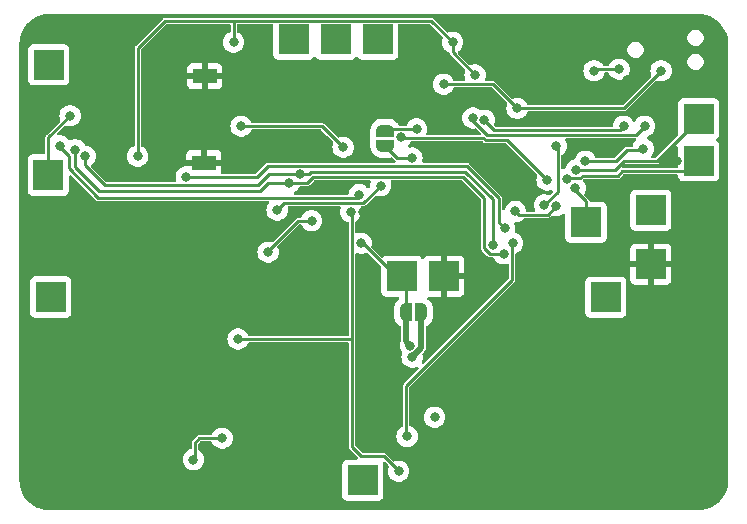
<source format=gbr>
%TF.GenerationSoftware,KiCad,Pcbnew,7.0.1*%
%TF.CreationDate,2024-08-13T13:18:48+02:00*%
%TF.ProjectId,driver_prereg_combined,64726976-6572-45f7-9072-657265675f63,rev?*%
%TF.SameCoordinates,Original*%
%TF.FileFunction,Copper,L2,Bot*%
%TF.FilePolarity,Positive*%
%FSLAX46Y46*%
G04 Gerber Fmt 4.6, Leading zero omitted, Abs format (unit mm)*
G04 Created by KiCad (PCBNEW 7.0.1) date 2024-08-13 13:18:48*
%MOMM*%
%LPD*%
G01*
G04 APERTURE LIST*
G04 Aperture macros list*
%AMFreePoly0*
4,1,19,0.500000,-0.750000,0.000000,-0.750000,0.000000,-0.744911,-0.071157,-0.744911,-0.207708,-0.704816,-0.327430,-0.627875,-0.420627,-0.520320,-0.479746,-0.390866,-0.500000,-0.250000,-0.500000,0.250000,-0.479746,0.390866,-0.420627,0.520320,-0.327430,0.627875,-0.207708,0.704816,-0.071157,0.744911,0.000000,0.744911,0.000000,0.750000,0.500000,0.750000,0.500000,-0.750000,0.500000,-0.750000,
$1*%
%AMFreePoly1*
4,1,19,0.000000,0.744911,0.071157,0.744911,0.207708,0.704816,0.327430,0.627875,0.420627,0.520320,0.479746,0.390866,0.500000,0.250000,0.500000,-0.250000,0.479746,-0.390866,0.420627,-0.520320,0.327430,-0.627875,0.207708,-0.704816,0.071157,-0.744911,0.000000,-0.744911,0.000000,-0.750000,-0.500000,-0.750000,-0.500000,0.750000,0.000000,0.750000,0.000000,0.744911,0.000000,0.744911,
$1*%
G04 Aperture macros list end*
%TA.AperFunction,ComponentPad*%
%ADD10R,2.500000X2.500000*%
%TD*%
%TA.AperFunction,SMDPad,CuDef*%
%ADD11R,2.000000X1.200000*%
%TD*%
%TA.AperFunction,SMDPad,CuDef*%
%ADD12FreePoly0,0.000000*%
%TD*%
%TA.AperFunction,SMDPad,CuDef*%
%ADD13FreePoly1,0.000000*%
%TD*%
%TA.AperFunction,SMDPad,CuDef*%
%ADD14R,2.500000X2.500000*%
%TD*%
%TA.AperFunction,SMDPad,CuDef*%
%ADD15FreePoly0,270.000000*%
%TD*%
%TA.AperFunction,SMDPad,CuDef*%
%ADD16FreePoly1,270.000000*%
%TD*%
%TA.AperFunction,ViaPad*%
%ADD17C,0.800000*%
%TD*%
%TA.AperFunction,Conductor*%
%ADD18C,0.508000*%
%TD*%
%TA.AperFunction,Conductor*%
%ADD19C,0.254000*%
%TD*%
%TA.AperFunction,Conductor*%
%ADD20C,0.250000*%
%TD*%
G04 APERTURE END LIST*
D10*
%TO.P,TP3,1,1*%
%TO.N,GND*%
X170688000Y-106172000D03*
%TD*%
%TO.P,TP11,1,1*%
%TO.N,/batt_mgmt/SCL*%
X144018000Y-87122000D03*
%TD*%
%TO.P,TP16,1,1*%
%TO.N,/mcu/LPUART_RX*%
X147574000Y-87122000D03*
%TD*%
D11*
%TO.P,U2,11,GND*%
%TO.N,GND*%
X132937500Y-90266500D03*
%TD*%
D10*
%TO.P,TP9,1,1*%
%TO.N,/batt_mgmt/V_BAT*%
X119708504Y-98612000D03*
%TD*%
%TO.P,TP2,1,1*%
%TO.N,/ask_demod/COIL_IN*%
X170688000Y-101600000D03*
%TD*%
D11*
%TO.P,U3,11,GND*%
%TO.N,GND*%
X132850000Y-97582000D03*
%TD*%
D10*
%TO.P,TP7,1,1*%
%TO.N,/sepic/VIN*%
X119900002Y-108953500D03*
%TD*%
%TO.P,TP12,1,1*%
%TO.N,Net-(IC2-EP)*%
X119732504Y-89274000D03*
%TD*%
%TO.P,TP5,1,1*%
%TO.N,/driver/CLK*%
X146304000Y-124460000D03*
%TD*%
%TO.P,TP6,1,1*%
%TO.N,/mcu/V_SEPIC*%
X149606000Y-107188000D03*
%TD*%
%TO.P,TP8,1,1*%
%TO.N,GND*%
X153162000Y-107188000D03*
%TD*%
%TO.P,TP10,1,1*%
%TO.N,/batt_mgmt/SDA*%
X140462000Y-87122000D03*
%TD*%
%TO.P,TP4,1,1*%
%TO.N,/driver/HS*%
X166878000Y-108966000D03*
%TD*%
D12*
%TO.P,JP2,1,A*%
%TO.N,/mcu/V_SEPIC*%
X149957000Y-110236000D03*
D13*
%TO.P,JP2,2,B*%
%TO.N,/driver/V_SUPPLY*%
X151257000Y-110236000D03*
%TD*%
D14*
%TO.P,TP14,1,1*%
%TO.N,/mcu/USART1_TX*%
X174752000Y-97409000D03*
%TD*%
%TO.P,TP15,1,1*%
%TO.N,/mcu/USART1_RX*%
X174752000Y-93853000D03*
%TD*%
%TO.P,TP13,1,1*%
%TO.N,/mcu/TIM22_CH1_DEBUG*%
X165227000Y-102616000D03*
%TD*%
D15*
%TO.P,JP4,1,A*%
%TO.N,/mcu/LPUART_RX*%
X148209000Y-94854000D03*
D16*
%TO.P,JP4,2,B*%
%TO.N,Net-(JP4-B)*%
X148209000Y-96154000D03*
%TD*%
D17*
%TO.N,GND*%
X146141500Y-121031000D03*
X155014504Y-126365000D03*
X144145000Y-107315000D03*
X131064000Y-114173000D03*
X160020000Y-123317000D03*
X150377004Y-126365000D03*
X174752000Y-108331000D03*
X151765000Y-91313000D03*
X146431000Y-96520000D03*
X154051000Y-100711000D03*
X142621000Y-99695000D03*
X167513000Y-105029000D03*
X148082000Y-110871000D03*
X168402000Y-106807000D03*
X148082000Y-115443000D03*
X150749000Y-102489000D03*
X136652000Y-108966000D03*
X159766000Y-87376000D03*
X130556000Y-107442000D03*
X138557000Y-90170000D03*
X152781000Y-109347000D03*
X137928292Y-108110714D03*
X119888000Y-122809000D03*
X176022000Y-91440000D03*
X160909000Y-123317000D03*
X168402000Y-105918000D03*
X146177000Y-115443000D03*
X157480000Y-89535000D03*
X153670000Y-105029000D03*
X126492000Y-88900000D03*
X161290000Y-93980000D03*
X131064000Y-115951000D03*
X131064000Y-115062000D03*
X165735000Y-96266000D03*
X119888000Y-91567000D03*
X167513000Y-105918000D03*
X169926000Y-114300000D03*
X128651000Y-91948000D03*
X161671000Y-104394000D03*
X153035000Y-110998000D03*
X143764000Y-102362000D03*
X132937500Y-90266500D03*
X125222000Y-120650000D03*
X142240000Y-114554000D03*
X173609000Y-103886000D03*
X127254000Y-120650000D03*
X151871004Y-126365000D03*
X135509000Y-103251000D03*
X143129000Y-117729000D03*
X175895000Y-103886000D03*
X144780000Y-94996000D03*
X146304353Y-101727353D03*
X124968000Y-90678000D03*
X134112000Y-105537000D03*
X128143000Y-101981000D03*
X142113000Y-116586000D03*
X168656000Y-90551000D03*
X161544000Y-87376000D03*
X137033000Y-103251000D03*
X159131000Y-122428000D03*
X170307000Y-109728000D03*
X138557000Y-96139000D03*
X156508504Y-126365000D03*
X173228000Y-89916000D03*
X141605000Y-117729000D03*
X148082000Y-104902000D03*
X152781000Y-105029000D03*
X128651000Y-88138000D03*
X170307000Y-110744000D03*
X152400000Y-120904000D03*
X155486716Y-121754284D03*
X168021000Y-100203000D03*
X165735000Y-93980000D03*
X148082000Y-109474000D03*
X138303000Y-118618000D03*
X124968000Y-88900000D03*
X128524000Y-125222000D03*
X159131000Y-123317000D03*
X127254000Y-98425000D03*
X132080000Y-107866250D03*
X129413000Y-93091000D03*
X141478000Y-126238000D03*
X140768003Y-105103997D03*
X137414000Y-114681000D03*
X128524000Y-123190000D03*
X132842000Y-97536000D03*
X126238000Y-120650000D03*
X128524000Y-96139000D03*
X173355000Y-108331000D03*
X133350000Y-111887000D03*
X146177000Y-108585000D03*
X172902498Y-97409000D03*
X153395004Y-126365000D03*
X119888000Y-118491000D03*
X119888000Y-114554000D03*
X158623000Y-98679000D03*
X169926000Y-121539000D03*
X128270000Y-107188000D03*
X153670000Y-109347000D03*
X160020000Y-122428000D03*
X138303000Y-117729000D03*
X151765000Y-92964000D03*
X167513000Y-106807000D03*
X143144816Y-93813461D03*
X138430000Y-91821000D03*
X144145000Y-99695000D03*
X154559000Y-117348000D03*
X170307000Y-108712000D03*
X138684000Y-106807000D03*
X156591000Y-96774000D03*
X133350000Y-114808000D03*
X152908000Y-101219000D03*
X135509000Y-108966000D03*
X142494000Y-96266000D03*
X164465000Y-91313000D03*
X169926000Y-117602000D03*
X176022000Y-108331000D03*
X140081000Y-117729000D03*
X149987000Y-122301000D03*
X157600000Y-97689500D03*
X131572000Y-101981000D03*
X154426286Y-110992286D03*
X128524000Y-124206000D03*
X146177000Y-110871000D03*
X168402000Y-105029000D03*
X138303000Y-88646000D03*
X146177000Y-106172000D03*
X160909000Y-122428000D03*
X163322000Y-87376000D03*
X174752000Y-103886000D03*
%TO.N,/driver/V_SUPPLY*%
X150495000Y-114046000D03*
%TO.N,/batt_mgmt/5V*%
X145288000Y-101727000D03*
X149352000Y-123698000D03*
X144653000Y-96266000D03*
X135763000Y-112509500D03*
X136017000Y-94488000D03*
%TO.N,/driver/HS*%
X152400000Y-119126000D03*
%TO.N,/mcu/SEPIC_EN*%
X139065000Y-101600000D03*
X147828000Y-99533000D03*
%TO.N,/batt_mgmt/V_BAT*%
X121539000Y-93599000D03*
%TO.N,/mcu/POT_EN*%
X141986000Y-102489000D03*
X138303000Y-105156000D03*
%TO.N,/ask_demod/COMP+*%
X170180000Y-94488000D03*
X155641096Y-93795914D03*
%TO.N,/ask_demod/COMP-*%
X156623500Y-93980000D03*
X168402000Y-94488000D03*
%TO.N,/batt_mgmt/3V3*%
X165897500Y-89789000D03*
X155829000Y-90134500D03*
X162713500Y-96165500D03*
X161689711Y-101152514D03*
X127254000Y-97028000D03*
X168021000Y-89662000D03*
X153924000Y-87376000D03*
X135382000Y-87376000D03*
%TO.N,/mcu/NRST*%
X153162000Y-90932000D03*
X159389121Y-92970899D03*
X171577000Y-89789000D03*
%TO.N,/batt_mgmt/SCL*%
X122809000Y-97028000D03*
X157317500Y-104521000D03*
X140970000Y-98552000D03*
%TO.N,/batt_mgmt/SDA*%
X121977364Y-96473576D03*
X158242000Y-105283000D03*
X140064504Y-99297504D03*
%TO.N,/batt_mgmt/ALRT*%
X120650000Y-96139000D03*
X146014500Y-100273500D03*
%TO.N,/mcu/SWDIO*%
X159247671Y-101705244D03*
X162687000Y-101219000D03*
%TO.N,/mcu/V_SEPIC*%
X150353649Y-113056543D03*
X146177000Y-104394000D03*
%TO.N,/mcu/LPUART_RX*%
X150876000Y-94723500D03*
%TO.N,Net-(JP4-B)*%
X150476311Y-97171500D03*
%TO.N,/sepic/CS*%
X131970965Y-122717500D03*
X134409750Y-120904000D03*
%TO.N,Net-(U7-BOOT0)*%
X165166645Y-97446500D03*
X170053000Y-96393000D03*
%TO.N,/mcu/LED*%
X149552989Y-95435106D03*
X161925000Y-99060000D03*
%TO.N,/mcu/TIM22_CH1_DEBUG*%
X164315599Y-99730500D03*
%TO.N,/mcu/USART1_TX*%
X163621408Y-98931000D03*
%TO.N,/mcu/USART1_RX*%
X164405675Y-98173000D03*
%TO.N,/driver/ENABLE*%
X159004000Y-104394000D03*
X150072297Y-120748097D03*
%TO.N,/batt_mgmt/5V_EN*%
X131375446Y-98768500D03*
X158328500Y-103124000D03*
%TD*%
D18*
%TO.N,/driver/V_SUPPLY*%
X150495000Y-114046000D02*
X151257000Y-113284000D01*
X151257000Y-113284000D02*
X151257000Y-110236000D01*
D19*
%TO.N,/batt_mgmt/5V*%
X144653000Y-96266000D02*
X142875000Y-94488000D01*
X145415000Y-112141000D02*
X145415000Y-101854000D01*
X145415000Y-112522000D02*
X145415000Y-112141000D01*
X135763000Y-112509500D02*
X135775500Y-112522000D01*
X135775500Y-112522000D02*
X145415000Y-112522000D01*
X142875000Y-94488000D02*
X136017000Y-94488000D01*
X146177000Y-122428000D02*
X145415000Y-121666000D01*
X149352000Y-123698000D02*
X148082000Y-122428000D01*
X145415000Y-101854000D02*
X145288000Y-101727000D01*
X148082000Y-122428000D02*
X146177000Y-122428000D01*
X145415000Y-121666000D02*
X145415000Y-112141000D01*
%TO.N,/mcu/SEPIC_EN*%
X146361000Y-101000000D02*
X147828000Y-99533000D01*
X139665000Y-101000000D02*
X146361000Y-101000000D01*
X139065000Y-101600000D02*
X139665000Y-101000000D01*
%TO.N,/batt_mgmt/V_BAT*%
X119708504Y-95429496D02*
X119708504Y-98612000D01*
X121539000Y-93599000D02*
X119708504Y-95429496D01*
%TO.N,/mcu/POT_EN*%
X140843000Y-102489000D02*
X141986000Y-102489000D01*
X138303000Y-105029000D02*
X140843000Y-102489000D01*
X138303000Y-105156000D02*
X138303000Y-105029000D01*
%TO.N,/ask_demod/COMP+*%
X155641096Y-93795914D02*
X155641096Y-94025730D01*
X169418000Y-95250000D02*
X170180000Y-94488000D01*
X156865366Y-95250000D02*
X169418000Y-95250000D01*
X155641096Y-94025730D02*
X156865366Y-95250000D01*
%TO.N,/ask_demod/COMP-*%
X157439500Y-94796000D02*
X168094000Y-94796000D01*
X156623500Y-93980000D02*
X157439500Y-94796000D01*
X168094000Y-94796000D02*
X168402000Y-94488000D01*
%TO.N,/batt_mgmt/3V3*%
X168021000Y-89662000D02*
X166024500Y-89662000D01*
X152093000Y-85545000D02*
X153924000Y-87376000D01*
X161689711Y-101152514D02*
X162814000Y-100028225D01*
X129593000Y-85545000D02*
X152093000Y-85545000D01*
X155829000Y-90134500D02*
X153924000Y-88229500D01*
X162814000Y-100028225D02*
X162814000Y-96266000D01*
X127254000Y-97028000D02*
X127254000Y-87884000D01*
X166024500Y-89662000D02*
X165897500Y-89789000D01*
X162814000Y-96266000D02*
X162713500Y-96165500D01*
X153924000Y-88229500D02*
X153924000Y-87376000D01*
X127254000Y-87884000D02*
X129593000Y-85545000D01*
X135382000Y-85725000D02*
X135382000Y-87376000D01*
%TO.N,/mcu/NRST*%
X168395101Y-92970899D02*
X171577000Y-89789000D01*
X159389121Y-92970899D02*
X168395101Y-92970899D01*
X159389121Y-92970899D02*
X157350222Y-90932000D01*
X157350222Y-90932000D02*
X153162000Y-90932000D01*
%TO.N,/batt_mgmt/SCL*%
X137414001Y-99495000D02*
X124514000Y-99495000D01*
X140970000Y-98552000D02*
X141724947Y-98552000D01*
X141724947Y-98552000D02*
X141924947Y-98352000D01*
X138357001Y-98552000D02*
X137414001Y-99495000D01*
X140970000Y-98552000D02*
X138357001Y-98552000D01*
X122809000Y-97790000D02*
X122809000Y-97028000D01*
X124514000Y-99495000D02*
X122809000Y-97790000D01*
X157317500Y-100668447D02*
X157317500Y-104521000D01*
X155001053Y-98352000D02*
X157317500Y-100668447D01*
X141924947Y-98352000D02*
X155001053Y-98352000D01*
%TO.N,/batt_mgmt/SDA*%
X140064504Y-99297504D02*
X141621496Y-99297504D01*
X141621496Y-99297504D02*
X142113000Y-98806000D01*
X137602053Y-99949000D02*
X123952000Y-99949000D01*
X142113000Y-98806000D02*
X154813000Y-98806000D01*
X121977364Y-97974364D02*
X121977364Y-96473576D01*
X140064504Y-99297504D02*
X138253549Y-99297504D01*
X154813000Y-98806000D02*
X156590500Y-100583500D01*
X138253549Y-99297504D02*
X137602053Y-99949000D01*
X157051366Y-105283000D02*
X158242000Y-105283000D01*
X123952000Y-99949000D02*
X121977364Y-97974364D01*
X156590500Y-104822134D02*
X157051366Y-105283000D01*
X156590500Y-100583500D02*
X156590500Y-104822134D01*
%TO.N,/batt_mgmt/ALRT*%
X146014500Y-100273500D02*
X145742000Y-100546000D01*
X121412000Y-97028000D02*
X120650000Y-96266000D01*
X120650000Y-96266000D02*
X120650000Y-96139000D01*
X145742000Y-100546000D02*
X123906947Y-100546000D01*
X123906947Y-100546000D02*
X121412000Y-98051053D01*
X121412000Y-98051053D02*
X121412000Y-97028000D01*
%TO.N,/mcu/SWDIO*%
X161988948Y-101981000D02*
X162687000Y-101282948D01*
X159523427Y-101981000D02*
X161988948Y-101981000D01*
X159247671Y-101705244D02*
X159523427Y-101981000D01*
X162687000Y-101282948D02*
X162687000Y-101219000D01*
%TO.N,/mcu/V_SEPIC*%
X149957000Y-110236000D02*
X149957000Y-107539000D01*
X149957000Y-107539000D02*
X149606000Y-107188000D01*
D20*
X149606000Y-107188000D02*
X149098000Y-107188000D01*
D18*
X149957000Y-110236000D02*
X149957000Y-112659894D01*
X149957000Y-112659894D02*
X150353649Y-113056543D01*
D20*
X149098000Y-107188000D02*
X146304000Y-104394000D01*
X146304000Y-104394000D02*
X146177000Y-104394000D01*
D19*
%TO.N,/mcu/LPUART_RX*%
X150876000Y-94723500D02*
X150857500Y-94742000D01*
X148321000Y-94742000D02*
X148209000Y-94854000D01*
X150857500Y-94742000D02*
X148321000Y-94742000D01*
%TO.N,Net-(JP4-B)*%
X148224000Y-96154000D02*
X148209000Y-96154000D01*
X149241500Y-97171500D02*
X148224000Y-96154000D01*
X150476311Y-97171500D02*
X149241500Y-97171500D01*
%TO.N,/sepic/CS*%
X132080000Y-122608465D02*
X131970965Y-122717500D01*
X134409750Y-120904000D02*
X132461000Y-120904000D01*
X132080000Y-121285000D02*
X132080000Y-122608465D01*
X132461000Y-120904000D02*
X132080000Y-121285000D01*
%TO.N,Net-(U7-BOOT0)*%
X168648948Y-96520000D02*
X169926000Y-96520000D01*
X165166645Y-97446500D02*
X167722448Y-97446500D01*
X169926000Y-96520000D02*
X170053000Y-96393000D01*
X167722448Y-97446500D02*
X168648948Y-96520000D01*
D20*
%TO.N,/mcu/LED*%
X156583379Y-95504000D02*
X149621883Y-95504000D01*
X149621883Y-95504000D02*
X149552989Y-95435106D01*
X161925000Y-99060000D02*
X158494000Y-95629000D01*
X156708379Y-95629000D02*
X156583379Y-95504000D01*
X158494000Y-95629000D02*
X156708379Y-95629000D01*
D19*
%TO.N,/mcu/TIM22_CH1_DEBUG*%
X164315599Y-99926599D02*
X165227000Y-100838000D01*
X164315599Y-99730500D02*
X164315599Y-99926599D01*
X165227000Y-100838000D02*
X165227000Y-102616000D01*
%TO.N,/mcu/USART1_TX*%
X168275000Y-98298000D02*
X173863000Y-98298000D01*
X167894000Y-98679000D02*
X168275000Y-98298000D01*
X163621408Y-98931000D02*
X163652408Y-98900000D01*
X173863000Y-98298000D02*
X174752000Y-97409000D01*
X164927809Y-98679000D02*
X167894000Y-98679000D01*
X164706809Y-98900000D02*
X164927809Y-98679000D01*
X163652408Y-98900000D02*
X164706809Y-98900000D01*
%TO.N,/mcu/USART1_RX*%
X167640000Y-98171000D02*
X168402000Y-97409000D01*
X171196000Y-97409000D02*
X174752000Y-93853000D01*
X165470279Y-98171000D02*
X167640000Y-98171000D01*
X165468279Y-98173000D02*
X165470279Y-98171000D01*
X164405675Y-98173000D02*
X165468279Y-98173000D01*
X168402000Y-97409000D02*
X171196000Y-97409000D01*
%TO.N,/driver/ENABLE*%
X158969000Y-107477000D02*
X149987000Y-116459000D01*
X149987000Y-116459000D02*
X149987000Y-120662800D01*
X159004000Y-104394000D02*
X158969000Y-104429000D01*
X149987000Y-120662800D02*
X150072297Y-120748097D01*
X158969000Y-104429000D02*
X158969000Y-107477000D01*
%TO.N,/batt_mgmt/5V_EN*%
X138268000Y-97825000D02*
X137324500Y-98768500D01*
X157861000Y-100569896D02*
X155116104Y-97825000D01*
X137324500Y-98768500D02*
X131375446Y-98768500D01*
X158328500Y-103124000D02*
X157861000Y-102656500D01*
X155116104Y-97825000D02*
X138268000Y-97825000D01*
X157861000Y-102656500D02*
X157861000Y-100569896D01*
%TD*%
%TA.AperFunction,Conductor*%
%TO.N,GND*%
G36*
X154703673Y-99069939D02*
G01*
X154743901Y-99096819D01*
X156299681Y-100652598D01*
X156326561Y-100692826D01*
X156336000Y-100740279D01*
X156336000Y-104784852D01*
X156333618Y-104809041D01*
X156332508Y-104814624D01*
X156331014Y-104822134D01*
X156350766Y-104921435D01*
X156381708Y-104967744D01*
X156399599Y-104994519D01*
X156399603Y-104994524D01*
X156407016Y-105005618D01*
X156418108Y-105013030D01*
X156436899Y-105028451D01*
X156845048Y-105436600D01*
X156860469Y-105455390D01*
X156867882Y-105466484D01*
X156878974Y-105473896D01*
X156878978Y-105473899D01*
X156889130Y-105480682D01*
X156889132Y-105480684D01*
X156952065Y-105522734D01*
X157051366Y-105542486D01*
X157060993Y-105540571D01*
X157064459Y-105539882D01*
X157088648Y-105537500D01*
X157287759Y-105537500D01*
X157338195Y-105548220D01*
X157379909Y-105578528D01*
X157405690Y-105623183D01*
X157414820Y-105651283D01*
X157509466Y-105815216D01*
X157636129Y-105955889D01*
X157789269Y-106067151D01*
X157962197Y-106144144D01*
X158147352Y-106183500D01*
X158147354Y-106183500D01*
X158336646Y-106183500D01*
X158336648Y-106183500D01*
X158460083Y-106157262D01*
X158521803Y-106144144D01*
X158531197Y-106139961D01*
X158540064Y-106136014D01*
X158600228Y-106125675D01*
X158658035Y-106145298D01*
X158699473Y-106190125D01*
X158714500Y-106249293D01*
X158714500Y-107320220D01*
X158705061Y-107367673D01*
X158678181Y-107407901D01*
X151510596Y-114575484D01*
X151460202Y-114606064D01*
X151401381Y-114609919D01*
X151347427Y-114586178D01*
X151310532Y-114540205D01*
X151299033Y-114482391D01*
X151315530Y-114425800D01*
X151322179Y-114414284D01*
X151380674Y-114234256D01*
X151400460Y-114046000D01*
X151380674Y-113857744D01*
X151365433Y-113810836D01*
X151362790Y-113743571D01*
X151395681Y-113684840D01*
X151489692Y-113590829D01*
X151509549Y-113574705D01*
X151518956Y-113568560D01*
X151538784Y-113543083D01*
X151548961Y-113531562D01*
X151548965Y-113531557D01*
X151549114Y-113531409D01*
X151561416Y-113514176D01*
X151564458Y-113510096D01*
X151597158Y-113468085D01*
X151597158Y-113468082D01*
X151601950Y-113461927D01*
X151602248Y-113461347D01*
X151604473Y-113453870D01*
X151604475Y-113453869D01*
X151619656Y-113402875D01*
X151621206Y-113398032D01*
X151638500Y-113347661D01*
X151638500Y-113347658D01*
X151641028Y-113340294D01*
X151641126Y-113339621D01*
X151640804Y-113331843D01*
X151640805Y-113331841D01*
X151638606Y-113278678D01*
X151638500Y-113273554D01*
X151638500Y-111497013D01*
X151658184Y-111429974D01*
X151710988Y-111384219D01*
X151715070Y-111382354D01*
X151740216Y-111370871D01*
X151861170Y-111293139D01*
X151918927Y-111249903D01*
X151969943Y-111198887D01*
X152064097Y-111090226D01*
X152141904Y-110969155D01*
X152201632Y-110838370D01*
X152226844Y-110770773D01*
X152242180Y-110700277D01*
X152262642Y-110557962D01*
X152267789Y-110486000D01*
X152262962Y-110418525D01*
X152262647Y-110409680D01*
X152262647Y-110062320D01*
X152262963Y-110053473D01*
X152267789Y-109985999D01*
X152262642Y-109914039D01*
X152242180Y-109771724D01*
X152242180Y-109771723D01*
X152226844Y-109701227D01*
X152201632Y-109633630D01*
X152141904Y-109502845D01*
X152064097Y-109381774D01*
X151969943Y-109273113D01*
X151918927Y-109222097D01*
X151861170Y-109178861D01*
X151841648Y-109166315D01*
X151799018Y-109119867D01*
X151784739Y-109058459D01*
X151802501Y-108997967D01*
X151847713Y-108954027D01*
X151908688Y-108938000D01*
X152912000Y-108938000D01*
X152912000Y-107438000D01*
X153412000Y-107438000D01*
X153412000Y-108938000D01*
X154459824Y-108938000D01*
X154519375Y-108931597D01*
X154654089Y-108881352D01*
X154769188Y-108795188D01*
X154855352Y-108680089D01*
X154905597Y-108545375D01*
X154912000Y-108485824D01*
X154912000Y-107438000D01*
X153412000Y-107438000D01*
X152912000Y-107438000D01*
X152912000Y-105438000D01*
X153412000Y-105438000D01*
X153412000Y-106938000D01*
X154912000Y-106938000D01*
X154912000Y-105890176D01*
X154905597Y-105830624D01*
X154855352Y-105695910D01*
X154769188Y-105580811D01*
X154654089Y-105494647D01*
X154519375Y-105444402D01*
X154459824Y-105438000D01*
X153412000Y-105438000D01*
X152912000Y-105438000D01*
X151864176Y-105438000D01*
X151804624Y-105444402D01*
X151669910Y-105494647D01*
X151554810Y-105580811D01*
X151483579Y-105675965D01*
X151439816Y-105712538D01*
X151384312Y-105725654D01*
X151328808Y-105712538D01*
X151285046Y-105675966D01*
X151213546Y-105580454D01*
X151098331Y-105494204D01*
X150963483Y-105443909D01*
X150903873Y-105437500D01*
X150903869Y-105437500D01*
X148308130Y-105437500D01*
X148248515Y-105443909D01*
X148113667Y-105494204D01*
X147998163Y-105580670D01*
X147944416Y-105603686D01*
X147886097Y-105599515D01*
X147836172Y-105569084D01*
X147064088Y-104796999D01*
X147031195Y-104738265D01*
X147033837Y-104671002D01*
X147062674Y-104582256D01*
X147082460Y-104394000D01*
X147062674Y-104205744D01*
X147004179Y-104025716D01*
X147004179Y-104025715D01*
X146909533Y-103861783D01*
X146782870Y-103721110D01*
X146629730Y-103609848D01*
X146456802Y-103532855D01*
X146271648Y-103493500D01*
X146271646Y-103493500D01*
X146082354Y-103493500D01*
X146082352Y-103493500D01*
X145897197Y-103532855D01*
X145843936Y-103556569D01*
X145783771Y-103566908D01*
X145725965Y-103547285D01*
X145684527Y-103502458D01*
X145669500Y-103443290D01*
X145669500Y-102623392D01*
X145678529Y-102576942D01*
X145704301Y-102537256D01*
X145730339Y-102519022D01*
X145730187Y-102518812D01*
X145893870Y-102399889D01*
X145951936Y-102335401D01*
X146020533Y-102259216D01*
X146115179Y-102095284D01*
X146173674Y-101915256D01*
X146193460Y-101727000D01*
X146173674Y-101538744D01*
X146134058Y-101416818D01*
X146129516Y-101359102D01*
X146151671Y-101305614D01*
X146195694Y-101268015D01*
X146251989Y-101254500D01*
X146323718Y-101254500D01*
X146347907Y-101256882D01*
X146352146Y-101257724D01*
X146361000Y-101259486D01*
X146460301Y-101239734D01*
X146460302Y-101239733D01*
X146460303Y-101239733D01*
X146540837Y-101185922D01*
X146540840Y-101185918D01*
X146544484Y-101183484D01*
X146551895Y-101172390D01*
X146567312Y-101153604D01*
X147334727Y-100386189D01*
X147375955Y-100358901D01*
X147424571Y-100349891D01*
X147472838Y-100360592D01*
X147530831Y-100386412D01*
X147548199Y-100394145D01*
X147733352Y-100433500D01*
X147733354Y-100433500D01*
X147922646Y-100433500D01*
X147922648Y-100433500D01*
X148091976Y-100397508D01*
X148107803Y-100394144D01*
X148280730Y-100317151D01*
X148301405Y-100302130D01*
X148433870Y-100205889D01*
X148449317Y-100188734D01*
X148560533Y-100065216D01*
X148655179Y-99901284D01*
X148713674Y-99721256D01*
X148733460Y-99533000D01*
X148713674Y-99344744D01*
X148695196Y-99287877D01*
X148674058Y-99222818D01*
X148669516Y-99165102D01*
X148691671Y-99111614D01*
X148735694Y-99074015D01*
X148791989Y-99060500D01*
X154656220Y-99060500D01*
X154703673Y-99069939D01*
G37*
%TD.AperFunction*%
%TA.AperFunction,Conductor*%
G36*
X156482065Y-95771142D02*
G01*
X156525400Y-95810418D01*
X156609857Y-95866850D01*
X156625163Y-95869894D01*
X156625164Y-95869894D01*
X156708379Y-95886448D01*
X156721274Y-95883882D01*
X156745466Y-95881500D01*
X158338049Y-95881500D01*
X158385502Y-95890939D01*
X158425730Y-95917819D01*
X161069056Y-98561145D01*
X161101949Y-98619879D01*
X161099306Y-98687144D01*
X161039326Y-98871742D01*
X161019540Y-99059999D01*
X161039326Y-99248257D01*
X161097820Y-99428284D01*
X161192466Y-99592216D01*
X161319129Y-99732889D01*
X161472269Y-99844151D01*
X161645197Y-99921144D01*
X161830352Y-99960500D01*
X161830354Y-99960500D01*
X162019646Y-99960500D01*
X162019648Y-99960500D01*
X162196974Y-99922808D01*
X162204803Y-99921144D01*
X162230118Y-99909873D01*
X162235956Y-99907274D01*
X162303220Y-99897700D01*
X162365432Y-99925009D01*
X162403915Y-99981002D01*
X162407116Y-100048868D01*
X162374073Y-100108234D01*
X162182985Y-100299322D01*
X162141755Y-100326612D01*
X162093139Y-100335622D01*
X162044868Y-100324920D01*
X161969513Y-100291369D01*
X161784359Y-100252014D01*
X161784357Y-100252014D01*
X161595065Y-100252014D01*
X161595063Y-100252014D01*
X161409908Y-100291369D01*
X161236980Y-100368362D01*
X161083840Y-100479624D01*
X160957177Y-100620297D01*
X160862531Y-100784229D01*
X160804037Y-100964256D01*
X160784251Y-101152514D01*
X160804037Y-101340771D01*
X160862531Y-101520797D01*
X160873907Y-101540501D01*
X160890519Y-101602501D01*
X160873906Y-101664501D01*
X160828519Y-101709887D01*
X160766519Y-101726500D01*
X160267015Y-101726500D01*
X160208800Y-101711985D01*
X160164214Y-101671840D01*
X160143694Y-101615463D01*
X160133345Y-101516988D01*
X160094883Y-101398616D01*
X160074850Y-101336959D01*
X159980204Y-101173027D01*
X159853541Y-101032354D01*
X159700401Y-100921092D01*
X159527473Y-100844099D01*
X159342319Y-100804744D01*
X159342317Y-100804744D01*
X159153025Y-100804744D01*
X159153023Y-100804744D01*
X158967868Y-100844099D01*
X158794940Y-100921092D01*
X158641800Y-101032354D01*
X158515137Y-101173027D01*
X158420491Y-101336959D01*
X158357970Y-101529383D01*
X158355551Y-101528597D01*
X158341075Y-101567317D01*
X158293858Y-101607644D01*
X158233010Y-101620023D01*
X158173790Y-101601351D01*
X158131047Y-101556309D01*
X158115500Y-101496193D01*
X158115500Y-100607173D01*
X158117882Y-100582984D01*
X158120485Y-100569895D01*
X158117882Y-100556808D01*
X158117880Y-100556796D01*
X158100735Y-100470598D01*
X158100734Y-100470597D01*
X158100734Y-100470595D01*
X158094828Y-100461756D01*
X158058684Y-100407662D01*
X158058682Y-100407660D01*
X158051899Y-100397508D01*
X158051899Y-100397507D01*
X158051896Y-100397504D01*
X158044484Y-100386412D01*
X158033390Y-100378999D01*
X158014600Y-100363578D01*
X155322421Y-97671399D01*
X155307000Y-97652608D01*
X155299588Y-97641516D01*
X155288494Y-97634103D01*
X155288492Y-97634101D01*
X155278339Y-97627317D01*
X155278338Y-97627316D01*
X155215405Y-97585266D01*
X155116104Y-97565514D01*
X155116103Y-97565514D01*
X155103011Y-97568118D01*
X155078822Y-97570500D01*
X151464181Y-97570500D01*
X151407886Y-97556985D01*
X151363863Y-97519385D01*
X151341708Y-97465898D01*
X151346250Y-97408182D01*
X151356528Y-97376550D01*
X151361985Y-97359756D01*
X151381771Y-97171500D01*
X151361985Y-96983244D01*
X151315358Y-96839742D01*
X151303490Y-96803215D01*
X151208844Y-96639283D01*
X151082181Y-96498610D01*
X150929041Y-96387348D01*
X150756113Y-96310355D01*
X150570959Y-96271000D01*
X150570957Y-96271000D01*
X150381665Y-96271000D01*
X150381662Y-96271000D01*
X150297908Y-96288802D01*
X150236287Y-96286219D01*
X150183533Y-96254270D01*
X150152696Y-96200857D01*
X150151404Y-96139196D01*
X150179976Y-96084541D01*
X150285522Y-95967322D01*
X150314767Y-95916669D01*
X150347032Y-95860783D01*
X150371444Y-95818499D01*
X150416831Y-95773113D01*
X150478831Y-95756500D01*
X156423612Y-95756500D01*
X156482065Y-95771142D01*
G37*
%TD.AperFunction*%
%TA.AperFunction,Conductor*%
G36*
X146920306Y-99074015D02*
G01*
X146964329Y-99111614D01*
X146986484Y-99165102D01*
X146981942Y-99222818D01*
X146942326Y-99344742D01*
X146922540Y-99533000D01*
X146930627Y-99609949D01*
X146921617Y-99670962D01*
X146884328Y-99720087D01*
X146827985Y-99745173D01*
X146766526Y-99740012D01*
X146715156Y-99705881D01*
X146620370Y-99600610D01*
X146467230Y-99489348D01*
X146294302Y-99412355D01*
X146109148Y-99373000D01*
X146109146Y-99373000D01*
X145919854Y-99373000D01*
X145919852Y-99373000D01*
X145734697Y-99412355D01*
X145561769Y-99489348D01*
X145408629Y-99600610D01*
X145281966Y-99741283D01*
X145187320Y-99905215D01*
X145128826Y-100085242D01*
X145128825Y-100085244D01*
X145128826Y-100085244D01*
X145119363Y-100175286D01*
X145118819Y-100180461D01*
X145098299Y-100236840D01*
X145053712Y-100276985D01*
X144995498Y-100291500D01*
X140610041Y-100291500D01*
X140550304Y-100276162D01*
X140505344Y-100233943D01*
X140486286Y-100175286D01*
X140497842Y-100114703D01*
X140537156Y-100067182D01*
X140670374Y-99970393D01*
X140671193Y-99969484D01*
X140797037Y-99829720D01*
X140891683Y-99665788D01*
X140900814Y-99637687D01*
X140926595Y-99593032D01*
X140968309Y-99562724D01*
X141018745Y-99552004D01*
X141584214Y-99552004D01*
X141608403Y-99554386D01*
X141612642Y-99555228D01*
X141621496Y-99556990D01*
X141720797Y-99537238D01*
X141720798Y-99537237D01*
X141720799Y-99537237D01*
X141801336Y-99483425D01*
X141801341Y-99483419D01*
X141804980Y-99480988D01*
X141812396Y-99469888D01*
X141827809Y-99451107D01*
X142182097Y-99096819D01*
X142222326Y-99069939D01*
X142269779Y-99060500D01*
X146864011Y-99060500D01*
X146920306Y-99074015D01*
G37*
%TD.AperFunction*%
%TA.AperFunction,Conductor*%
G36*
X169417893Y-95517432D02*
G01*
X169461528Y-95553530D01*
X169484562Y-95605265D01*
X169482190Y-95661846D01*
X169454908Y-95711472D01*
X169320466Y-95860783D01*
X169225820Y-96024715D01*
X169175425Y-96179818D01*
X169149644Y-96224472D01*
X169107929Y-96254780D01*
X169057494Y-96265500D01*
X168686230Y-96265500D01*
X168662041Y-96263118D01*
X168648948Y-96260513D01*
X168623883Y-96265499D01*
X168623881Y-96265500D01*
X168596232Y-96270999D01*
X168596231Y-96271000D01*
X168565102Y-96277191D01*
X168549645Y-96280266D01*
X168486707Y-96322321D01*
X168465463Y-96336515D01*
X168458049Y-96347611D01*
X168442630Y-96366398D01*
X167653349Y-97155681D01*
X167613121Y-97182561D01*
X167565668Y-97192000D01*
X166120886Y-97192000D01*
X166070450Y-97181280D01*
X166028736Y-97150972D01*
X166002955Y-97106317D01*
X165993824Y-97078216D01*
X165899178Y-96914283D01*
X165772515Y-96773610D01*
X165619375Y-96662348D01*
X165446447Y-96585355D01*
X165261293Y-96546000D01*
X165261291Y-96546000D01*
X165071999Y-96546000D01*
X165071997Y-96546000D01*
X164886842Y-96585355D01*
X164713914Y-96662348D01*
X164560774Y-96773610D01*
X164434111Y-96914283D01*
X164339466Y-97078214D01*
X164295888Y-97212333D01*
X164260930Y-97266164D01*
X164203740Y-97295304D01*
X164125872Y-97311856D01*
X163952942Y-97388849D01*
X163799804Y-97500110D01*
X163673141Y-97640783D01*
X163578495Y-97804715D01*
X163525652Y-97967350D01*
X163490693Y-98021182D01*
X163433502Y-98050322D01*
X163341604Y-98069855D01*
X163242936Y-98113786D01*
X163182772Y-98124125D01*
X163124965Y-98104502D01*
X163083527Y-98059675D01*
X163068500Y-98000507D01*
X163068500Y-97073690D01*
X163077529Y-97027239D01*
X163103301Y-96987553D01*
X163142063Y-96960411D01*
X163166230Y-96949651D01*
X163319371Y-96838388D01*
X163446033Y-96697716D01*
X163540679Y-96533784D01*
X163599174Y-96353756D01*
X163618960Y-96165500D01*
X163599174Y-95977244D01*
X163542056Y-95801454D01*
X163540679Y-95797215D01*
X163479067Y-95690500D01*
X163462454Y-95628500D01*
X163479067Y-95566500D01*
X163524454Y-95521113D01*
X163586454Y-95504500D01*
X169362758Y-95504500D01*
X169417893Y-95517432D01*
G37*
%TD.AperFunction*%
%TA.AperFunction,Conductor*%
G36*
X172950385Y-96162460D02*
G01*
X172987985Y-96206483D01*
X173001500Y-96262778D01*
X173001501Y-97919500D01*
X172984888Y-97981500D01*
X172939501Y-98026887D01*
X172877501Y-98043500D01*
X168426779Y-98043500D01*
X168370484Y-98029985D01*
X168326461Y-97992385D01*
X168304306Y-97938898D01*
X168308848Y-97881182D01*
X168339098Y-97831819D01*
X168471098Y-97699819D01*
X168511326Y-97672939D01*
X168558779Y-97663500D01*
X171158718Y-97663500D01*
X171182907Y-97665882D01*
X171187146Y-97666724D01*
X171196000Y-97668486D01*
X171295301Y-97648734D01*
X171295302Y-97648733D01*
X171295303Y-97648733D01*
X171375837Y-97594922D01*
X171375840Y-97594918D01*
X171379484Y-97592484D01*
X171386895Y-97581390D01*
X171402312Y-97562604D01*
X172789819Y-96175096D01*
X172839182Y-96144847D01*
X172896898Y-96140305D01*
X172950385Y-96162460D01*
G37*
%TD.AperFunction*%
%TA.AperFunction,Conductor*%
G36*
X174737419Y-84981745D02*
G01*
X174849619Y-84988049D01*
X175018298Y-84998256D01*
X175031548Y-84999778D01*
X175163730Y-85022239D01*
X175164902Y-85022446D01*
X175310139Y-85049064D01*
X175322103Y-85051877D01*
X175454691Y-85090076D01*
X175457181Y-85090822D01*
X175594094Y-85133487D01*
X175604628Y-85137302D01*
X175733660Y-85190751D01*
X175737050Y-85192215D01*
X175866234Y-85250357D01*
X175875302Y-85254894D01*
X175998320Y-85322885D01*
X176002402Y-85325245D01*
X176122958Y-85398125D01*
X176130498Y-85403069D01*
X176245506Y-85484672D01*
X176250148Y-85488135D01*
X176358138Y-85572740D01*
X176360694Y-85574743D01*
X176366832Y-85579880D01*
X176472082Y-85673938D01*
X176477116Y-85678698D01*
X176576300Y-85777882D01*
X176581063Y-85782919D01*
X176675113Y-85888161D01*
X176680255Y-85894304D01*
X176766854Y-86004837D01*
X176770337Y-86009507D01*
X176851921Y-86124488D01*
X176856883Y-86132054D01*
X176929733Y-86252562D01*
X176932144Y-86256731D01*
X177000097Y-86379682D01*
X177004644Y-86388771D01*
X177062773Y-86517925D01*
X177064258Y-86521363D01*
X177117691Y-86650357D01*
X177121516Y-86660919D01*
X177164154Y-86797743D01*
X177164922Y-86800307D01*
X177203121Y-86932895D01*
X177205936Y-86944869D01*
X177232512Y-87089874D01*
X177232792Y-87091456D01*
X177255218Y-87223436D01*
X177256744Y-87236718D01*
X177266948Y-87405347D01*
X177266979Y-87405882D01*
X177273254Y-87517580D01*
X177273449Y-87524535D01*
X177273449Y-124438465D01*
X177273254Y-124445420D01*
X177266979Y-124557116D01*
X177266948Y-124557651D01*
X177256744Y-124726280D01*
X177255218Y-124739562D01*
X177232792Y-124871542D01*
X177232512Y-124873124D01*
X177205936Y-125018129D01*
X177203121Y-125030103D01*
X177164922Y-125162691D01*
X177164154Y-125165255D01*
X177121516Y-125302079D01*
X177117691Y-125312641D01*
X177064258Y-125441635D01*
X177062773Y-125445073D01*
X177004644Y-125574227D01*
X177000097Y-125583316D01*
X176932144Y-125706267D01*
X176929733Y-125710436D01*
X176856891Y-125830931D01*
X176851903Y-125838537D01*
X176770362Y-125953457D01*
X176766843Y-125958175D01*
X176680255Y-126068694D01*
X176675105Y-126074847D01*
X176581079Y-126180062D01*
X176576300Y-126185116D01*
X176477116Y-126284300D01*
X176472062Y-126289079D01*
X176366847Y-126383105D01*
X176360694Y-126388255D01*
X176250175Y-126474843D01*
X176245457Y-126478362D01*
X176130537Y-126559903D01*
X176122931Y-126564891D01*
X176002436Y-126637733D01*
X175998267Y-126640144D01*
X175875316Y-126708097D01*
X175866227Y-126712644D01*
X175737073Y-126770773D01*
X175733635Y-126772258D01*
X175604641Y-126825691D01*
X175594079Y-126829516D01*
X175457255Y-126872154D01*
X175454691Y-126872922D01*
X175322103Y-126911121D01*
X175310129Y-126913936D01*
X175165124Y-126940512D01*
X175163542Y-126940792D01*
X175031562Y-126963218D01*
X175018280Y-126964744D01*
X174849651Y-126974948D01*
X174849116Y-126974979D01*
X174737420Y-126981254D01*
X174730465Y-126981449D01*
X119782535Y-126981449D01*
X119775580Y-126981254D01*
X119663882Y-126974979D01*
X119663347Y-126974948D01*
X119494718Y-126964744D01*
X119481436Y-126963218D01*
X119349456Y-126940792D01*
X119347874Y-126940512D01*
X119202869Y-126913936D01*
X119190895Y-126911121D01*
X119058307Y-126872922D01*
X119055743Y-126872154D01*
X118918919Y-126829516D01*
X118908357Y-126825691D01*
X118779363Y-126772258D01*
X118775925Y-126770773D01*
X118646771Y-126712644D01*
X118637682Y-126708097D01*
X118566839Y-126668943D01*
X118514712Y-126640133D01*
X118510562Y-126637733D01*
X118390054Y-126564883D01*
X118382488Y-126559921D01*
X118267507Y-126478337D01*
X118262837Y-126474854D01*
X118202109Y-126427276D01*
X118152304Y-126388255D01*
X118146161Y-126383113D01*
X118040919Y-126289063D01*
X118035882Y-126284300D01*
X117936698Y-126185116D01*
X117931938Y-126180082D01*
X117837880Y-126074832D01*
X117832743Y-126068694D01*
X117830740Y-126066138D01*
X117746135Y-125958148D01*
X117742672Y-125953506D01*
X117661069Y-125838498D01*
X117656125Y-125830958D01*
X117583245Y-125710402D01*
X117580885Y-125706320D01*
X117512894Y-125583302D01*
X117508354Y-125574227D01*
X117450225Y-125445073D01*
X117448740Y-125441635D01*
X117395302Y-125312628D01*
X117391487Y-125302094D01*
X117348822Y-125165181D01*
X117348076Y-125162691D01*
X117309877Y-125030103D01*
X117307064Y-125018139D01*
X117280446Y-124872902D01*
X117280239Y-124871730D01*
X117257778Y-124739548D01*
X117256256Y-124726298D01*
X117246049Y-124557619D01*
X117239745Y-124445419D01*
X117239551Y-124438467D01*
X117239551Y-122717500D01*
X131065505Y-122717500D01*
X131085291Y-122905757D01*
X131143785Y-123085784D01*
X131238431Y-123249716D01*
X131365094Y-123390389D01*
X131518234Y-123501651D01*
X131691162Y-123578644D01*
X131876317Y-123618000D01*
X131876319Y-123618000D01*
X132065611Y-123618000D01*
X132065613Y-123618000D01*
X132189049Y-123591762D01*
X132250768Y-123578644D01*
X132423695Y-123501651D01*
X132576836Y-123390388D01*
X132703498Y-123249716D01*
X132798144Y-123085784D01*
X132856639Y-122905756D01*
X132876425Y-122717500D01*
X132856639Y-122529244D01*
X132798144Y-122349216D01*
X132798144Y-122349215D01*
X132703498Y-122185283D01*
X132576835Y-122044611D01*
X132423697Y-121933350D01*
X132423693Y-121933348D01*
X132408060Y-121926387D01*
X132369301Y-121899246D01*
X132343529Y-121859560D01*
X132334500Y-121813110D01*
X132334500Y-121441780D01*
X132343939Y-121394327D01*
X132370816Y-121354101D01*
X132530100Y-121194816D01*
X132570326Y-121167939D01*
X132617779Y-121158500D01*
X133455509Y-121158500D01*
X133505945Y-121169220D01*
X133547659Y-121199528D01*
X133573440Y-121244183D01*
X133582570Y-121272283D01*
X133677216Y-121436216D01*
X133803879Y-121576889D01*
X133957019Y-121688151D01*
X134129947Y-121765144D01*
X134315102Y-121804500D01*
X134315104Y-121804500D01*
X134504396Y-121804500D01*
X134504398Y-121804500D01*
X134627834Y-121778262D01*
X134689553Y-121765144D01*
X134862480Y-121688151D01*
X134892971Y-121665998D01*
X135015620Y-121576889D01*
X135142283Y-121436216D01*
X135236929Y-121272284D01*
X135265062Y-121185699D01*
X135295424Y-121092256D01*
X135315210Y-120904000D01*
X135295424Y-120715744D01*
X135236929Y-120535716D01*
X135236929Y-120535715D01*
X135142283Y-120371783D01*
X135015620Y-120231110D01*
X134862480Y-120119848D01*
X134689552Y-120042855D01*
X134504398Y-120003500D01*
X134504396Y-120003500D01*
X134315104Y-120003500D01*
X134315102Y-120003500D01*
X134129947Y-120042855D01*
X133957019Y-120119848D01*
X133803879Y-120231110D01*
X133677216Y-120371783D01*
X133582570Y-120535716D01*
X133573440Y-120563817D01*
X133547659Y-120608472D01*
X133505945Y-120638780D01*
X133455509Y-120649500D01*
X132498277Y-120649500D01*
X132474088Y-120647118D01*
X132461000Y-120644514D01*
X132447912Y-120647118D01*
X132447900Y-120647119D01*
X132361699Y-120664265D01*
X132277514Y-120720516D01*
X132270098Y-120731615D01*
X132254680Y-120750401D01*
X131926399Y-121078681D01*
X131907615Y-121094098D01*
X131896517Y-121101514D01*
X131884190Y-121119962D01*
X131840266Y-121185698D01*
X131820514Y-121285001D01*
X131823118Y-121298093D01*
X131825500Y-121322282D01*
X131825500Y-121727388D01*
X131812950Y-121781746D01*
X131777842Y-121825101D01*
X131727281Y-121848678D01*
X131691162Y-121856355D01*
X131518234Y-121933348D01*
X131365094Y-122044610D01*
X131238431Y-122185283D01*
X131143785Y-122349215D01*
X131085291Y-122529242D01*
X131065505Y-122717500D01*
X117239551Y-122717500D01*
X117239551Y-110251369D01*
X118149502Y-110251369D01*
X118155911Y-110310984D01*
X118181058Y-110378407D01*
X118206206Y-110445831D01*
X118292456Y-110561046D01*
X118407671Y-110647296D01*
X118542519Y-110697591D01*
X118602129Y-110704000D01*
X121197874Y-110703999D01*
X121257485Y-110697591D01*
X121392333Y-110647296D01*
X121507548Y-110561046D01*
X121593798Y-110445831D01*
X121644093Y-110310983D01*
X121650502Y-110251373D01*
X121650501Y-107655628D01*
X121644093Y-107596017D01*
X121593798Y-107461169D01*
X121507548Y-107345954D01*
X121392333Y-107259704D01*
X121257485Y-107209409D01*
X121197875Y-107203000D01*
X121197871Y-107203000D01*
X118602132Y-107203000D01*
X118542517Y-107209409D01*
X118407671Y-107259704D01*
X118292456Y-107345954D01*
X118206206Y-107461168D01*
X118155911Y-107596016D01*
X118149502Y-107655630D01*
X118149502Y-110251369D01*
X117239551Y-110251369D01*
X117239551Y-105156000D01*
X137397540Y-105156000D01*
X137417326Y-105344257D01*
X137475820Y-105524284D01*
X137570466Y-105688216D01*
X137697129Y-105828889D01*
X137850269Y-105940151D01*
X138023197Y-106017144D01*
X138208352Y-106056500D01*
X138208354Y-106056500D01*
X138397646Y-106056500D01*
X138397648Y-106056500D01*
X138521084Y-106030262D01*
X138582803Y-106017144D01*
X138755730Y-105940151D01*
X138908871Y-105828888D01*
X139035533Y-105688216D01*
X139130179Y-105524284D01*
X139188674Y-105344256D01*
X139208460Y-105156000D01*
X139188674Y-104967744D01*
X139137108Y-104809041D01*
X139130180Y-104787718D01*
X139128525Y-104784852D01*
X139095038Y-104726851D01*
X139078898Y-104675660D01*
X139085904Y-104622442D01*
X139114743Y-104577173D01*
X140912097Y-102779819D01*
X140952326Y-102752939D01*
X140999779Y-102743500D01*
X141031759Y-102743500D01*
X141082195Y-102754220D01*
X141123909Y-102784528D01*
X141149690Y-102829183D01*
X141158820Y-102857283D01*
X141253466Y-103021216D01*
X141380129Y-103161889D01*
X141533269Y-103273151D01*
X141706197Y-103350144D01*
X141891352Y-103389500D01*
X141891354Y-103389500D01*
X142080646Y-103389500D01*
X142080648Y-103389500D01*
X142204083Y-103363262D01*
X142265803Y-103350144D01*
X142438730Y-103273151D01*
X142591871Y-103161888D01*
X142718533Y-103021216D01*
X142813179Y-102857284D01*
X142871674Y-102677256D01*
X142891460Y-102489000D01*
X142871674Y-102300744D01*
X142813179Y-102120716D01*
X142813179Y-102120715D01*
X142718533Y-101956783D01*
X142591870Y-101816110D01*
X142438730Y-101704848D01*
X142265802Y-101627855D01*
X142080648Y-101588500D01*
X142080646Y-101588500D01*
X141891354Y-101588500D01*
X141891352Y-101588500D01*
X141706197Y-101627855D01*
X141533269Y-101704848D01*
X141380129Y-101816110D01*
X141253466Y-101956783D01*
X141158820Y-102120716D01*
X141149690Y-102148817D01*
X141123909Y-102193472D01*
X141082195Y-102223780D01*
X141031759Y-102234500D01*
X140880277Y-102234500D01*
X140856088Y-102232118D01*
X140843000Y-102229514D01*
X140829912Y-102232118D01*
X140829900Y-102232119D01*
X140743699Y-102249265D01*
X140659514Y-102305516D01*
X140652098Y-102316615D01*
X140636680Y-102335401D01*
X138708281Y-104263800D01*
X138655818Y-104295013D01*
X138594820Y-104297409D01*
X138397649Y-104255500D01*
X138397646Y-104255500D01*
X138208354Y-104255500D01*
X138208352Y-104255500D01*
X138023197Y-104294855D01*
X137850269Y-104371848D01*
X137697129Y-104483110D01*
X137570466Y-104623783D01*
X137475820Y-104787715D01*
X137417326Y-104967742D01*
X137397540Y-105156000D01*
X117239551Y-105156000D01*
X117239551Y-99909869D01*
X117958004Y-99909869D01*
X117964413Y-99969484D01*
X117976973Y-100003158D01*
X118014708Y-100104331D01*
X118100958Y-100219546D01*
X118216173Y-100305796D01*
X118351021Y-100356091D01*
X118410631Y-100362500D01*
X121006376Y-100362499D01*
X121065987Y-100356091D01*
X121200835Y-100305796D01*
X121316050Y-100219546D01*
X121402300Y-100104331D01*
X121452595Y-99969483D01*
X121459004Y-99909873D01*
X121459003Y-98757335D01*
X121472518Y-98701041D01*
X121510118Y-98657018D01*
X121563605Y-98634863D01*
X121621321Y-98639405D01*
X121670684Y-98669655D01*
X123700629Y-100699600D01*
X123716050Y-100718390D01*
X123723463Y-100729484D01*
X123734555Y-100736896D01*
X123734559Y-100736899D01*
X123744711Y-100743682D01*
X123744713Y-100743684D01*
X123807646Y-100785734D01*
X123906947Y-100805486D01*
X123916574Y-100803571D01*
X123920040Y-100802882D01*
X123944229Y-100800500D01*
X138294622Y-100800500D01*
X138349757Y-100813432D01*
X138393392Y-100849530D01*
X138416426Y-100901265D01*
X138414054Y-100957846D01*
X138386772Y-101007472D01*
X138332466Y-101067784D01*
X138237820Y-101231715D01*
X138179326Y-101411742D01*
X138166962Y-101529383D01*
X138159540Y-101600000D01*
X138168445Y-101684730D01*
X138179326Y-101788257D01*
X138237820Y-101968284D01*
X138332466Y-102132216D01*
X138459129Y-102272889D01*
X138612269Y-102384151D01*
X138785197Y-102461144D01*
X138970352Y-102500500D01*
X138970354Y-102500500D01*
X139159646Y-102500500D01*
X139159648Y-102500500D01*
X139283083Y-102474262D01*
X139344803Y-102461144D01*
X139517730Y-102384151D01*
X139584829Y-102335401D01*
X139670870Y-102272889D01*
X139755697Y-102178680D01*
X139797533Y-102132216D01*
X139892179Y-101968284D01*
X139950674Y-101788256D01*
X139970460Y-101600000D01*
X139950674Y-101411744D01*
X139950672Y-101411740D01*
X139949311Y-101398782D01*
X139950889Y-101398616D01*
X139947779Y-101359105D01*
X139969934Y-101305616D01*
X140013957Y-101268016D01*
X140070253Y-101254500D01*
X144324011Y-101254500D01*
X144380306Y-101268015D01*
X144424329Y-101305614D01*
X144446484Y-101359102D01*
X144441942Y-101416818D01*
X144402326Y-101538742D01*
X144382540Y-101726999D01*
X144402326Y-101915257D01*
X144460820Y-102095284D01*
X144555466Y-102259216D01*
X144682129Y-102399889D01*
X144835269Y-102511151D01*
X144893902Y-102537256D01*
X145008197Y-102588144D01*
X145062282Y-102599640D01*
X145112841Y-102623216D01*
X145147950Y-102666572D01*
X145160500Y-102720930D01*
X145160500Y-112143500D01*
X145143887Y-112205500D01*
X145098500Y-112250887D01*
X145036500Y-112267500D01*
X136721303Y-112267500D01*
X136670868Y-112256780D01*
X136629153Y-112226472D01*
X136603372Y-112181819D01*
X136596904Y-112161915D01*
X136590179Y-112141216D01*
X136590178Y-112141214D01*
X136495533Y-111977283D01*
X136368870Y-111836610D01*
X136215730Y-111725348D01*
X136042802Y-111648355D01*
X135857648Y-111609000D01*
X135857646Y-111609000D01*
X135668354Y-111609000D01*
X135668352Y-111609000D01*
X135483197Y-111648355D01*
X135310269Y-111725348D01*
X135157129Y-111836610D01*
X135030466Y-111977283D01*
X134935820Y-112141215D01*
X134877326Y-112321242D01*
X134857540Y-112509500D01*
X134877326Y-112697757D01*
X134935820Y-112877784D01*
X135030466Y-113041716D01*
X135157129Y-113182389D01*
X135310269Y-113293651D01*
X135483197Y-113370644D01*
X135668352Y-113410000D01*
X135668354Y-113410000D01*
X135857646Y-113410000D01*
X135857648Y-113410000D01*
X135981084Y-113383762D01*
X136042803Y-113370644D01*
X136215730Y-113293651D01*
X136368871Y-113182388D01*
X136495533Y-113041716D01*
X136590179Y-112877784D01*
X136595249Y-112862181D01*
X136621030Y-112817527D01*
X136662745Y-112787220D01*
X136713180Y-112776500D01*
X145036500Y-112776500D01*
X145098500Y-112793113D01*
X145143887Y-112838500D01*
X145160500Y-112900500D01*
X145160500Y-121628718D01*
X145158118Y-121652907D01*
X145155514Y-121666000D01*
X145175266Y-121765301D01*
X145217027Y-121827802D01*
X145224099Y-121838385D01*
X145224103Y-121838390D01*
X145231516Y-121849484D01*
X145242608Y-121856896D01*
X145261399Y-121872317D01*
X145577348Y-122188266D01*
X145886902Y-122497819D01*
X145917152Y-122547182D01*
X145921694Y-122604898D01*
X145899539Y-122658385D01*
X145855516Y-122695985D01*
X145799221Y-122709500D01*
X145006130Y-122709500D01*
X144946515Y-122715909D01*
X144811669Y-122766204D01*
X144696454Y-122852454D01*
X144610204Y-122967668D01*
X144559909Y-123102516D01*
X144553500Y-123162130D01*
X144553500Y-125757869D01*
X144559909Y-125817484D01*
X144585056Y-125884906D01*
X144610204Y-125952331D01*
X144696454Y-126067546D01*
X144811669Y-126153796D01*
X144946517Y-126204091D01*
X145006127Y-126210500D01*
X147601872Y-126210499D01*
X147661483Y-126204091D01*
X147796331Y-126153796D01*
X147911546Y-126067546D01*
X147997796Y-125952331D01*
X148048091Y-125817483D01*
X148054500Y-125757873D01*
X148054499Y-123162128D01*
X148048091Y-123102517D01*
X148039982Y-123080778D01*
X148034294Y-123014558D01*
X148063620Y-122954912D01*
X148119533Y-122918978D01*
X148185971Y-122917080D01*
X148243845Y-122949763D01*
X148495362Y-123201280D01*
X148528255Y-123260014D01*
X148525612Y-123327279D01*
X148466326Y-123509742D01*
X148446540Y-123698000D01*
X148466326Y-123886257D01*
X148524820Y-124066284D01*
X148619466Y-124230216D01*
X148746129Y-124370889D01*
X148899269Y-124482151D01*
X149072197Y-124559144D01*
X149257352Y-124598500D01*
X149257354Y-124598500D01*
X149446646Y-124598500D01*
X149446648Y-124598500D01*
X149570084Y-124572262D01*
X149631803Y-124559144D01*
X149804730Y-124482151D01*
X149957871Y-124370888D01*
X150084533Y-124230216D01*
X150179179Y-124066284D01*
X150237674Y-123886256D01*
X150257460Y-123698000D01*
X150237674Y-123509744D01*
X150179179Y-123329716D01*
X150179179Y-123329715D01*
X150084533Y-123165783D01*
X149957870Y-123025110D01*
X149804730Y-122913848D01*
X149631802Y-122836855D01*
X149446648Y-122797500D01*
X149446646Y-122797500D01*
X149257354Y-122797500D01*
X149257352Y-122797500D01*
X149072198Y-122836854D01*
X148996841Y-122870406D01*
X148948570Y-122881107D01*
X148899955Y-122872097D01*
X148858725Y-122844807D01*
X148288317Y-122274399D01*
X148272896Y-122255608D01*
X148265484Y-122244516D01*
X148254390Y-122237103D01*
X148254388Y-122237101D01*
X148244235Y-122230317D01*
X148244234Y-122230316D01*
X148181301Y-122188266D01*
X148082000Y-122168514D01*
X148081999Y-122168514D01*
X148068907Y-122171118D01*
X148044718Y-122173500D01*
X146333779Y-122173500D01*
X146286326Y-122164061D01*
X146246098Y-122137181D01*
X145705819Y-121596901D01*
X145678939Y-121556673D01*
X145669500Y-121509220D01*
X145669500Y-112559282D01*
X145671882Y-112535093D01*
X145674486Y-112521999D01*
X145671882Y-112508907D01*
X145669500Y-112484718D01*
X145669500Y-105344710D01*
X145684527Y-105285542D01*
X145725965Y-105240715D01*
X145783771Y-105221092D01*
X145843936Y-105231431D01*
X145897197Y-105255144D01*
X146082352Y-105294500D01*
X146082354Y-105294500D01*
X146271646Y-105294500D01*
X146271648Y-105294500D01*
X146396499Y-105267962D01*
X146456803Y-105255144D01*
X146621991Y-105181596D01*
X146670260Y-105170895D01*
X146718876Y-105179905D01*
X146760106Y-105207195D01*
X147819181Y-106266269D01*
X147846061Y-106306497D01*
X147855500Y-106353950D01*
X147855500Y-108485869D01*
X147861897Y-108545375D01*
X147861909Y-108545483D01*
X147912204Y-108680331D01*
X147998454Y-108795546D01*
X148113669Y-108881796D01*
X148248517Y-108932091D01*
X148308127Y-108938500D01*
X149304536Y-108938499D01*
X149365510Y-108954526D01*
X149410722Y-108998465D01*
X149428484Y-109058957D01*
X149414205Y-109120365D01*
X149371576Y-109166814D01*
X149352821Y-109178867D01*
X149295072Y-109222097D01*
X149244055Y-109273114D01*
X149149905Y-109381770D01*
X149072095Y-109502846D01*
X149012368Y-109633628D01*
X148987156Y-109701226D01*
X148971819Y-109771724D01*
X148951357Y-109914039D01*
X148946210Y-109985999D01*
X148951037Y-110053473D01*
X148951353Y-110062320D01*
X148951353Y-110409680D01*
X148951037Y-110418527D01*
X148946210Y-110486000D01*
X148951357Y-110557960D01*
X148971819Y-110700275D01*
X148987156Y-110770773D01*
X149012368Y-110838371D01*
X149072095Y-110969153D01*
X149149905Y-111090229D01*
X149244055Y-111198885D01*
X149244057Y-111198887D01*
X149295073Y-111249903D01*
X149352830Y-111293139D01*
X149473784Y-111370871D01*
X149473786Y-111370872D01*
X149503012Y-111384219D01*
X149555816Y-111429974D01*
X149575500Y-111497013D01*
X149575500Y-112570110D01*
X149558887Y-112632110D01*
X149526469Y-112688258D01*
X149467975Y-112868285D01*
X149448189Y-113056542D01*
X149467975Y-113244800D01*
X149526469Y-113424827D01*
X149621115Y-113588758D01*
X149628770Y-113597260D01*
X149657911Y-113654451D01*
X149654552Y-113718550D01*
X149609326Y-113857740D01*
X149589540Y-114045999D01*
X149609326Y-114234257D01*
X149667820Y-114414284D01*
X149762466Y-114578216D01*
X149889129Y-114718889D01*
X150042269Y-114830151D01*
X150215197Y-114907144D01*
X150400352Y-114946500D01*
X150400354Y-114946500D01*
X150589646Y-114946500D01*
X150589648Y-114946500D01*
X150713084Y-114920262D01*
X150774803Y-114907144D01*
X150819829Y-114887096D01*
X150892071Y-114854933D01*
X150959335Y-114845359D01*
X151021547Y-114872668D01*
X151060030Y-114928661D01*
X151063231Y-114996527D01*
X151030188Y-115055893D01*
X149833398Y-116252682D01*
X149814611Y-116268101D01*
X149803515Y-116275515D01*
X149791192Y-116293956D01*
X149791192Y-116293959D01*
X149747266Y-116359698D01*
X149727514Y-116459001D01*
X149730118Y-116472093D01*
X149732500Y-116496282D01*
X149732500Y-119833138D01*
X149723471Y-119879589D01*
X149697699Y-119919275D01*
X149658937Y-119946417D01*
X149619565Y-119963947D01*
X149466426Y-120075208D01*
X149339763Y-120215880D01*
X149245117Y-120379812D01*
X149186623Y-120559839D01*
X149166837Y-120748096D01*
X149186623Y-120936354D01*
X149245117Y-121116381D01*
X149339763Y-121280313D01*
X149466426Y-121420986D01*
X149619566Y-121532248D01*
X149792494Y-121609241D01*
X149977649Y-121648597D01*
X149977651Y-121648597D01*
X150166943Y-121648597D01*
X150166945Y-121648597D01*
X150290380Y-121622359D01*
X150352100Y-121609241D01*
X150525027Y-121532248D01*
X150525026Y-121532248D01*
X150678167Y-121420986D01*
X150804830Y-121280313D01*
X150899476Y-121116381D01*
X150908919Y-121087318D01*
X150957971Y-120936353D01*
X150977757Y-120748097D01*
X150957971Y-120559841D01*
X150899476Y-120379813D01*
X150899476Y-120379812D01*
X150804830Y-120215880D01*
X150678167Y-120075207D01*
X150525029Y-119963946D01*
X150404203Y-119910151D01*
X150352100Y-119886953D01*
X150339716Y-119884320D01*
X150289157Y-119860743D01*
X150254049Y-119817388D01*
X150241500Y-119763031D01*
X150241500Y-119126000D01*
X151494540Y-119126000D01*
X151514326Y-119314257D01*
X151572820Y-119494284D01*
X151667466Y-119658216D01*
X151794129Y-119798889D01*
X151947269Y-119910151D01*
X152120197Y-119987144D01*
X152305352Y-120026500D01*
X152305354Y-120026500D01*
X152494646Y-120026500D01*
X152494648Y-120026500D01*
X152618084Y-120000262D01*
X152679803Y-119987144D01*
X152852730Y-119910151D01*
X152852729Y-119910151D01*
X153005870Y-119798889D01*
X153132533Y-119658216D01*
X153227179Y-119494284D01*
X153227179Y-119494283D01*
X153285674Y-119314256D01*
X153305460Y-119126000D01*
X153285674Y-118937744D01*
X153227179Y-118757716D01*
X153227179Y-118757715D01*
X153132533Y-118593783D01*
X153005870Y-118453110D01*
X152852730Y-118341848D01*
X152679802Y-118264855D01*
X152494648Y-118225500D01*
X152494646Y-118225500D01*
X152305354Y-118225500D01*
X152305352Y-118225500D01*
X152120197Y-118264855D01*
X151947269Y-118341848D01*
X151794129Y-118453110D01*
X151667466Y-118593783D01*
X151572820Y-118757715D01*
X151514326Y-118937742D01*
X151494540Y-119126000D01*
X150241500Y-119126000D01*
X150241500Y-116615780D01*
X150250939Y-116568327D01*
X150277819Y-116528099D01*
X152391635Y-114414283D01*
X156542048Y-110263869D01*
X165127500Y-110263869D01*
X165132565Y-110310983D01*
X165133909Y-110323483D01*
X165184204Y-110458331D01*
X165270454Y-110573546D01*
X165385669Y-110659796D01*
X165520517Y-110710091D01*
X165580127Y-110716500D01*
X168175872Y-110716499D01*
X168235483Y-110710091D01*
X168370331Y-110659796D01*
X168485546Y-110573546D01*
X168571796Y-110458331D01*
X168622091Y-110323483D01*
X168628500Y-110263873D01*
X168628499Y-107668128D01*
X168622091Y-107608517D01*
X168571796Y-107473669D01*
X168485546Y-107358454D01*
X168370331Y-107272204D01*
X168235483Y-107221909D01*
X168175873Y-107215500D01*
X168175869Y-107215500D01*
X165580130Y-107215500D01*
X165520515Y-107221909D01*
X165385669Y-107272204D01*
X165270454Y-107358454D01*
X165184204Y-107473668D01*
X165133909Y-107608515D01*
X165133909Y-107608517D01*
X165130607Y-107639234D01*
X165127500Y-107668130D01*
X165127500Y-110263869D01*
X156542048Y-110263869D01*
X159122604Y-107683312D01*
X159141390Y-107667895D01*
X159152484Y-107660484D01*
X159154918Y-107656840D01*
X159154920Y-107656839D01*
X159166681Y-107639235D01*
X159166684Y-107639234D01*
X159208734Y-107576301D01*
X159214050Y-107549576D01*
X159223500Y-107502067D01*
X159225881Y-107490097D01*
X159225882Y-107490088D01*
X159228485Y-107476999D01*
X159225882Y-107463912D01*
X159223500Y-107439723D01*
X159223500Y-106422000D01*
X168938000Y-106422000D01*
X168938000Y-107469824D01*
X168944402Y-107529375D01*
X168994647Y-107664089D01*
X169080811Y-107779188D01*
X169195910Y-107865352D01*
X169330624Y-107915597D01*
X169390176Y-107922000D01*
X170438000Y-107922000D01*
X170438000Y-106422000D01*
X170938000Y-106422000D01*
X170938000Y-107922000D01*
X171985824Y-107922000D01*
X172045375Y-107915597D01*
X172180089Y-107865352D01*
X172295188Y-107779188D01*
X172381352Y-107664089D01*
X172431597Y-107529375D01*
X172438000Y-107469824D01*
X172438000Y-106422000D01*
X170938000Y-106422000D01*
X170438000Y-106422000D01*
X168938000Y-106422000D01*
X159223500Y-106422000D01*
X159223500Y-105922000D01*
X168938000Y-105922000D01*
X170438000Y-105922000D01*
X170438000Y-104422000D01*
X170938000Y-104422000D01*
X170938000Y-105922000D01*
X172438000Y-105922000D01*
X172438000Y-104874176D01*
X172431597Y-104814624D01*
X172381352Y-104679910D01*
X172295188Y-104564811D01*
X172180089Y-104478647D01*
X172045375Y-104428402D01*
X171985824Y-104422000D01*
X170938000Y-104422000D01*
X170438000Y-104422000D01*
X169390176Y-104422000D01*
X169330624Y-104428402D01*
X169195910Y-104478647D01*
X169080811Y-104564811D01*
X168994647Y-104679910D01*
X168944402Y-104814624D01*
X168938000Y-104874176D01*
X168938000Y-105922000D01*
X159223500Y-105922000D01*
X159223500Y-105362519D01*
X159232529Y-105316068D01*
X159258302Y-105276381D01*
X159297063Y-105249239D01*
X159456730Y-105178151D01*
X159456730Y-105178150D01*
X159456732Y-105178150D01*
X159609870Y-105066889D01*
X159675033Y-104994519D01*
X159736533Y-104926216D01*
X159831179Y-104762284D01*
X159889674Y-104582256D01*
X159909460Y-104394000D01*
X159889674Y-104205744D01*
X159831179Y-104025716D01*
X159831179Y-104025715D01*
X159736533Y-103861783D01*
X159609870Y-103721110D01*
X159456732Y-103609849D01*
X159337063Y-103556569D01*
X159283803Y-103532856D01*
X159283801Y-103532855D01*
X159271898Y-103527556D01*
X159272559Y-103526071D01*
X159225972Y-103501298D01*
X159191795Y-103442099D01*
X159194180Y-103373788D01*
X159214174Y-103312256D01*
X159233960Y-103124000D01*
X159214174Y-102935744D01*
X159163511Y-102779819D01*
X159159691Y-102768062D01*
X159155149Y-102710346D01*
X159177304Y-102656858D01*
X159221327Y-102619259D01*
X159277622Y-102605744D01*
X159342319Y-102605744D01*
X159477821Y-102576942D01*
X159527474Y-102566388D01*
X159700401Y-102489395D01*
X159823596Y-102399889D01*
X159853541Y-102378133D01*
X159945027Y-102276528D01*
X159986742Y-102246220D01*
X160037177Y-102235500D01*
X161951666Y-102235500D01*
X161975855Y-102237882D01*
X161988948Y-102240486D01*
X162044104Y-102229515D01*
X162088249Y-102220734D01*
X162088249Y-102220733D01*
X162093398Y-102219709D01*
X162103544Y-102210513D01*
X162151182Y-102178684D01*
X162151182Y-102178683D01*
X162168789Y-102166920D01*
X162168792Y-102166915D01*
X162172432Y-102164484D01*
X162179848Y-102153384D01*
X162195261Y-102134603D01*
X162237974Y-102091890D01*
X162279202Y-102064602D01*
X162327819Y-102055592D01*
X162376090Y-102066294D01*
X162407198Y-102080145D01*
X162592352Y-102119500D01*
X162592354Y-102119500D01*
X162781646Y-102119500D01*
X162781648Y-102119500D01*
X162905084Y-102093262D01*
X162966803Y-102080144D01*
X163139730Y-102003151D01*
X163279616Y-101901518D01*
X163342771Y-101878219D01*
X163408795Y-101891352D01*
X163458227Y-101937047D01*
X163476500Y-102001837D01*
X163476500Y-103913869D01*
X163482909Y-103973483D01*
X163533204Y-104108331D01*
X163619454Y-104223546D01*
X163734669Y-104309796D01*
X163869517Y-104360091D01*
X163929127Y-104366500D01*
X166524872Y-104366499D01*
X166584483Y-104360091D01*
X166719331Y-104309796D01*
X166834546Y-104223546D01*
X166920796Y-104108331D01*
X166971091Y-103973483D01*
X166977500Y-103913873D01*
X166977500Y-102897869D01*
X168937500Y-102897869D01*
X168941572Y-102935742D01*
X168943909Y-102957483D01*
X168994204Y-103092331D01*
X169080454Y-103207546D01*
X169195669Y-103293796D01*
X169330517Y-103344091D01*
X169390127Y-103350500D01*
X171985872Y-103350499D01*
X172045483Y-103344091D01*
X172180331Y-103293796D01*
X172295546Y-103207546D01*
X172381796Y-103092331D01*
X172432091Y-102957483D01*
X172438500Y-102897873D01*
X172438499Y-100302128D01*
X172432091Y-100242517D01*
X172381796Y-100107669D01*
X172295546Y-99992454D01*
X172180331Y-99906204D01*
X172045483Y-99855909D01*
X171985873Y-99849500D01*
X171985869Y-99849500D01*
X169390130Y-99849500D01*
X169330515Y-99855909D01*
X169195669Y-99906204D01*
X169080454Y-99992454D01*
X168994204Y-100107668D01*
X168943909Y-100242515D01*
X168943909Y-100242517D01*
X168939673Y-100281921D01*
X168937500Y-100302130D01*
X168937500Y-102897869D01*
X166977500Y-102897869D01*
X166977499Y-101318128D01*
X166971091Y-101258517D01*
X166920796Y-101123669D01*
X166834546Y-101008454D01*
X166719331Y-100922204D01*
X166584483Y-100871909D01*
X166524873Y-100865500D01*
X166524869Y-100865500D01*
X165593720Y-100865500D01*
X165538876Y-100852712D01*
X165495344Y-100816987D01*
X165472103Y-100765691D01*
X165469869Y-100754461D01*
X165466734Y-100738699D01*
X165424684Y-100675767D01*
X165424682Y-100675765D01*
X165419792Y-100668447D01*
X165417899Y-100665613D01*
X165417899Y-100665612D01*
X165417898Y-100665611D01*
X165410484Y-100654516D01*
X165399387Y-100647101D01*
X165380597Y-100631680D01*
X165210672Y-100461755D01*
X165102050Y-100353132D01*
X165073211Y-100307864D01*
X165066205Y-100254646D01*
X165082344Y-100203458D01*
X165142778Y-100098784D01*
X165201273Y-99918756D01*
X165221059Y-99730500D01*
X165201273Y-99542244D01*
X165142778Y-99362216D01*
X165142778Y-99362215D01*
X165048134Y-99198286D01*
X165035043Y-99183747D01*
X164996077Y-99140471D01*
X164968796Y-99090846D01*
X164966424Y-99034265D01*
X164989458Y-98982530D01*
X165033093Y-98946432D01*
X165088228Y-98933500D01*
X167856718Y-98933500D01*
X167880907Y-98935882D01*
X167885146Y-98936724D01*
X167894000Y-98938486D01*
X167993301Y-98918734D01*
X167993302Y-98918733D01*
X167993303Y-98918733D01*
X168073840Y-98864921D01*
X168073845Y-98864915D01*
X168077484Y-98862484D01*
X168084900Y-98851384D01*
X168100313Y-98832603D01*
X168344098Y-98588819D01*
X168384326Y-98561939D01*
X168431779Y-98552500D01*
X172877501Y-98552500D01*
X172939501Y-98569113D01*
X172984888Y-98614500D01*
X173001501Y-98676500D01*
X173001501Y-98706872D01*
X173007909Y-98766483D01*
X173058204Y-98901331D01*
X173144454Y-99016546D01*
X173259669Y-99102796D01*
X173394517Y-99153091D01*
X173454127Y-99159500D01*
X176049872Y-99159499D01*
X176109483Y-99153091D01*
X176244331Y-99102796D01*
X176359546Y-99016546D01*
X176445796Y-98901331D01*
X176496091Y-98766483D01*
X176502500Y-98706873D01*
X176502499Y-96111128D01*
X176496091Y-96051517D01*
X176445796Y-95916669D01*
X176359546Y-95801454D01*
X176359544Y-95801453D01*
X176359544Y-95801452D01*
X176283930Y-95744848D01*
X176264451Y-95730265D01*
X176227878Y-95686505D01*
X176214762Y-95631000D01*
X176227878Y-95575495D01*
X176264451Y-95531734D01*
X176359546Y-95460546D01*
X176445796Y-95345331D01*
X176496091Y-95210483D01*
X176502500Y-95150873D01*
X176502499Y-92555128D01*
X176496091Y-92495517D01*
X176445796Y-92360669D01*
X176359546Y-92245454D01*
X176244331Y-92159204D01*
X176109483Y-92108909D01*
X176049873Y-92102500D01*
X176049869Y-92102500D01*
X173454130Y-92102500D01*
X173394515Y-92108909D01*
X173259669Y-92159204D01*
X173144454Y-92245454D01*
X173058204Y-92360668D01*
X173007909Y-92495516D01*
X173001500Y-92555130D01*
X173001500Y-95150869D01*
X173004159Y-95175596D01*
X172997805Y-95230103D01*
X172968550Y-95276530D01*
X171126901Y-97118181D01*
X171086673Y-97145061D01*
X171039220Y-97154500D01*
X170857594Y-97154500D01*
X170802459Y-97141568D01*
X170758824Y-97105470D01*
X170735790Y-97053736D01*
X170738162Y-96997154D01*
X170765444Y-96947528D01*
X170785533Y-96925216D01*
X170880179Y-96761284D01*
X170893066Y-96721623D01*
X170938674Y-96581256D01*
X170958460Y-96393000D01*
X170938674Y-96204744D01*
X170880179Y-96024716D01*
X170880179Y-96024715D01*
X170785533Y-95860783D01*
X170658870Y-95720110D01*
X170505730Y-95608848D01*
X170444711Y-95581680D01*
X170396372Y-95543365D01*
X170372475Y-95486500D01*
X170378932Y-95425157D01*
X170414145Y-95374514D01*
X170449108Y-95357169D01*
X170447896Y-95354446D01*
X170632730Y-95272151D01*
X170785870Y-95160889D01*
X170794889Y-95150873D01*
X170912533Y-95020216D01*
X171007179Y-94856284D01*
X171065674Y-94676256D01*
X171085460Y-94488000D01*
X171065674Y-94299744D01*
X171007179Y-94119716D01*
X171007179Y-94119715D01*
X170912533Y-93955783D01*
X170785870Y-93815110D01*
X170632730Y-93703848D01*
X170459802Y-93626855D01*
X170274648Y-93587500D01*
X170274646Y-93587500D01*
X170085354Y-93587500D01*
X170085352Y-93587500D01*
X169900197Y-93626855D01*
X169727269Y-93703848D01*
X169574129Y-93815110D01*
X169447466Y-93955784D01*
X169398387Y-94040792D01*
X169353000Y-94086179D01*
X169291000Y-94102792D01*
X169229000Y-94086179D01*
X169183613Y-94040792D01*
X169134533Y-93955784D01*
X169007870Y-93815110D01*
X168854730Y-93703848D01*
X168681802Y-93626855D01*
X168496648Y-93587500D01*
X168496646Y-93587500D01*
X168307354Y-93587500D01*
X168307352Y-93587500D01*
X168122197Y-93626855D01*
X167949269Y-93703848D01*
X167796129Y-93815110D01*
X167669466Y-93955783D01*
X167574820Y-94119715D01*
X167516326Y-94299742D01*
X167516325Y-94299744D01*
X167516326Y-94299744D01*
X167502587Y-94430463D01*
X167482068Y-94486840D01*
X167437482Y-94526985D01*
X167379267Y-94541500D01*
X157596280Y-94541500D01*
X157548827Y-94532061D01*
X157508599Y-94505181D01*
X157480137Y-94476719D01*
X157447244Y-94417985D01*
X157449887Y-94350720D01*
X157450679Y-94348284D01*
X157509174Y-94168256D01*
X157528960Y-93980000D01*
X157509174Y-93791744D01*
X157461100Y-93643787D01*
X157450679Y-93611715D01*
X157356033Y-93447783D01*
X157229370Y-93307110D01*
X157076230Y-93195848D01*
X156903302Y-93118855D01*
X156718148Y-93079500D01*
X156718146Y-93079500D01*
X156528854Y-93079500D01*
X156528852Y-93079500D01*
X156330949Y-93121565D01*
X156330697Y-93120379D01*
X156282161Y-93128064D01*
X156222243Y-93105062D01*
X156093826Y-93011762D01*
X155920898Y-92934769D01*
X155735744Y-92895414D01*
X155735742Y-92895414D01*
X155546450Y-92895414D01*
X155546448Y-92895414D01*
X155361293Y-92934769D01*
X155188365Y-93011762D01*
X155035225Y-93123024D01*
X154908562Y-93263697D01*
X154813916Y-93427629D01*
X154755422Y-93607656D01*
X154735636Y-93795914D01*
X154755422Y-93984171D01*
X154813916Y-94164198D01*
X154908562Y-94328130D01*
X155035225Y-94468803D01*
X155188365Y-94580065D01*
X155361293Y-94657058D01*
X155546448Y-94696414D01*
X155546450Y-94696414D01*
X155735742Y-94696414D01*
X155735743Y-94696414D01*
X155848122Y-94672527D01*
X155909121Y-94674923D01*
X155961584Y-94706136D01*
X156295267Y-95039819D01*
X156325517Y-95089182D01*
X156330059Y-95146898D01*
X156307904Y-95200385D01*
X156263881Y-95237985D01*
X156207586Y-95251500D01*
X151821956Y-95251500D01*
X151765661Y-95237985D01*
X151721638Y-95200386D01*
X151699483Y-95146898D01*
X151704025Y-95089182D01*
X151735055Y-94993680D01*
X151761674Y-94911756D01*
X151781460Y-94723500D01*
X151761674Y-94535244D01*
X151708238Y-94370786D01*
X151703179Y-94355215D01*
X151608533Y-94191283D01*
X151481870Y-94050610D01*
X151328730Y-93939348D01*
X151155802Y-93862355D01*
X150970648Y-93823000D01*
X150970646Y-93823000D01*
X150781354Y-93823000D01*
X150781352Y-93823000D01*
X150596197Y-93862355D01*
X150423269Y-93939348D01*
X150270129Y-94050610D01*
X150143466Y-94191283D01*
X150048820Y-94355215D01*
X150033679Y-94401818D01*
X150007898Y-94446472D01*
X149966184Y-94476780D01*
X149915748Y-94487500D01*
X149476863Y-94487500D01*
X149409824Y-94467816D01*
X149364069Y-94415012D01*
X149343871Y-94370784D01*
X149266139Y-94249830D01*
X149252131Y-94231118D01*
X149245015Y-94221612D01*
X149222903Y-94192073D01*
X149171887Y-94141057D01*
X149147257Y-94119715D01*
X149063229Y-94046905D01*
X149053717Y-94040792D01*
X148942155Y-93969096D01*
X148942153Y-93969095D01*
X148811371Y-93909368D01*
X148743773Y-93884156D01*
X148673275Y-93868819D01*
X148530960Y-93848357D01*
X148459000Y-93843210D01*
X148395606Y-93847745D01*
X148391525Y-93848037D01*
X148382680Y-93848353D01*
X148035320Y-93848353D01*
X148026474Y-93848037D01*
X148022099Y-93847724D01*
X147958999Y-93843210D01*
X147887039Y-93848357D01*
X147744724Y-93868819D01*
X147674226Y-93884156D01*
X147606628Y-93909368D01*
X147475846Y-93969095D01*
X147354770Y-94046905D01*
X147246114Y-94141055D01*
X147195097Y-94192072D01*
X147151865Y-94249823D01*
X147109588Y-94315608D01*
X147099447Y-94331389D01*
X147074128Y-94370786D01*
X147014341Y-94501700D01*
X146973835Y-94639653D01*
X146953353Y-94782112D01*
X146953353Y-95354002D01*
X146970970Y-95487815D01*
X146970970Y-95520185D01*
X146957018Y-95626163D01*
X146953353Y-95654000D01*
X146953353Y-96225889D01*
X146963469Y-96296250D01*
X146973835Y-96368346D01*
X147014341Y-96506299D01*
X147026893Y-96533784D01*
X147074129Y-96637216D01*
X147113010Y-96697716D01*
X147151865Y-96758176D01*
X147195097Y-96815927D01*
X147246114Y-96866944D01*
X147354770Y-96961094D01*
X147354772Y-96961095D01*
X147354774Y-96961097D01*
X147475845Y-97038904D01*
X147606630Y-97098632D01*
X147674227Y-97123844D01*
X147744723Y-97139180D01*
X147887038Y-97159642D01*
X147923019Y-97162215D01*
X147958999Y-97164789D01*
X147958999Y-97164788D01*
X147959000Y-97164789D01*
X148026474Y-97159962D01*
X148035320Y-97159647D01*
X148382680Y-97159647D01*
X148391525Y-97159962D01*
X148459000Y-97164789D01*
X148530962Y-97159642D01*
X148673277Y-97139180D01*
X148743773Y-97123844D01*
X148743775Y-97123843D01*
X148751655Y-97122129D01*
X148812949Y-97124318D01*
X148865696Y-97155614D01*
X149035182Y-97325100D01*
X149050603Y-97343890D01*
X149071719Y-97375492D01*
X149070135Y-97376550D01*
X149082272Y-97390209D01*
X149095689Y-97451372D01*
X149077511Y-97511292D01*
X149032373Y-97554690D01*
X148971785Y-97570500D01*
X138305277Y-97570500D01*
X138281088Y-97568118D01*
X138268000Y-97565514D01*
X138254912Y-97568118D01*
X138254910Y-97568118D01*
X138242934Y-97570500D01*
X138242933Y-97570500D01*
X138239228Y-97571237D01*
X138163549Y-97586289D01*
X138153407Y-97595482D01*
X138105772Y-97627312D01*
X138105770Y-97627314D01*
X138105768Y-97627316D01*
X138085613Y-97640783D01*
X138084513Y-97641518D01*
X138077098Y-97652615D01*
X138061681Y-97671400D01*
X137255401Y-98477681D01*
X137215173Y-98504561D01*
X137167720Y-98514000D01*
X134438412Y-98514000D01*
X134380937Y-98499876D01*
X134336556Y-98460720D01*
X134315379Y-98405454D01*
X134322230Y-98346667D01*
X134343597Y-98289377D01*
X134350000Y-98229824D01*
X134350000Y-97832000D01*
X131349999Y-97832000D01*
X131348933Y-97833066D01*
X131320420Y-97854358D01*
X131287034Y-97866674D01*
X131095643Y-97907355D01*
X130922715Y-97984348D01*
X130769575Y-98095610D01*
X130642912Y-98236283D01*
X130548266Y-98400215D01*
X130489772Y-98580242D01*
X130469986Y-98768499D01*
X130489772Y-98956757D01*
X130529226Y-99078182D01*
X130533768Y-99135898D01*
X130511613Y-99189385D01*
X130467590Y-99226985D01*
X130411295Y-99240500D01*
X124670780Y-99240500D01*
X124623327Y-99231061D01*
X124583099Y-99204181D01*
X123323465Y-97944547D01*
X123294810Y-97899784D01*
X123287528Y-97847137D01*
X123302957Y-97796276D01*
X123338257Y-97756550D01*
X123414871Y-97700888D01*
X123541533Y-97560216D01*
X123636179Y-97396284D01*
X123694674Y-97216256D01*
X123714460Y-97028000D01*
X126348540Y-97028000D01*
X126368326Y-97216257D01*
X126426820Y-97396284D01*
X126521466Y-97560216D01*
X126648129Y-97700889D01*
X126801269Y-97812151D01*
X126974197Y-97889144D01*
X127159352Y-97928500D01*
X127159354Y-97928500D01*
X127348646Y-97928500D01*
X127348648Y-97928500D01*
X127487227Y-97899044D01*
X127533803Y-97889144D01*
X127706730Y-97812151D01*
X127831136Y-97721765D01*
X127859870Y-97700889D01*
X127860834Y-97699819D01*
X127986533Y-97560216D01*
X128081179Y-97396284D01*
X128102066Y-97332000D01*
X131350000Y-97332000D01*
X132600000Y-97332000D01*
X132600000Y-96482000D01*
X133100000Y-96482000D01*
X133100000Y-97332000D01*
X134350000Y-97332000D01*
X134350000Y-96934176D01*
X134343597Y-96874624D01*
X134293352Y-96739910D01*
X134207188Y-96624811D01*
X134092089Y-96538647D01*
X133957375Y-96488402D01*
X133897824Y-96482000D01*
X133100000Y-96482000D01*
X132600000Y-96482000D01*
X131802176Y-96482000D01*
X131742624Y-96488402D01*
X131607910Y-96538647D01*
X131492811Y-96624811D01*
X131406647Y-96739910D01*
X131356402Y-96874624D01*
X131350000Y-96934176D01*
X131350000Y-97332000D01*
X128102066Y-97332000D01*
X128139674Y-97216256D01*
X128159460Y-97028000D01*
X128139674Y-96839744D01*
X128082035Y-96662349D01*
X128081179Y-96659715D01*
X127986533Y-96495783D01*
X127859870Y-96355110D01*
X127706734Y-96243850D01*
X127633928Y-96211435D01*
X127582061Y-96188342D01*
X127543302Y-96161202D01*
X127517529Y-96121515D01*
X127508500Y-96075064D01*
X127508500Y-94487999D01*
X135111540Y-94487999D01*
X135131326Y-94676257D01*
X135189820Y-94856284D01*
X135284466Y-95020216D01*
X135411129Y-95160889D01*
X135564269Y-95272151D01*
X135737197Y-95349144D01*
X135922352Y-95388500D01*
X135922354Y-95388500D01*
X136111646Y-95388500D01*
X136111648Y-95388500D01*
X136259048Y-95357169D01*
X136296803Y-95349144D01*
X136469730Y-95272151D01*
X136527604Y-95230103D01*
X136622870Y-95160889D01*
X136631889Y-95150873D01*
X136749533Y-95020216D01*
X136844179Y-94856284D01*
X136853310Y-94828183D01*
X136879091Y-94783528D01*
X136920805Y-94753220D01*
X136971241Y-94742500D01*
X142718220Y-94742500D01*
X142765673Y-94751939D01*
X142805901Y-94778819D01*
X143308012Y-95280930D01*
X143796362Y-95769279D01*
X143829255Y-95828012D01*
X143826612Y-95895277D01*
X143767326Y-96077740D01*
X143747540Y-96266000D01*
X143767326Y-96454257D01*
X143825820Y-96634284D01*
X143920466Y-96798216D01*
X144047129Y-96938889D01*
X144200269Y-97050151D01*
X144373197Y-97127144D01*
X144558352Y-97166500D01*
X144558354Y-97166500D01*
X144747646Y-97166500D01*
X144747648Y-97166500D01*
X144876178Y-97139180D01*
X144932803Y-97127144D01*
X145105730Y-97050151D01*
X145168627Y-97004454D01*
X145258870Y-96938889D01*
X145281026Y-96914283D01*
X145385533Y-96798216D01*
X145480179Y-96634284D01*
X145538674Y-96454256D01*
X145558460Y-96266000D01*
X145538674Y-96077744D01*
X145506019Y-95977242D01*
X145480179Y-95897715D01*
X145385533Y-95733783D01*
X145258870Y-95593110D01*
X145105730Y-95481848D01*
X144932802Y-95404855D01*
X144747648Y-95365500D01*
X144747646Y-95365500D01*
X144558354Y-95365500D01*
X144558352Y-95365500D01*
X144373197Y-95404855D01*
X144297842Y-95438406D01*
X144249570Y-95449108D01*
X144200955Y-95440098D01*
X144159725Y-95412808D01*
X143081317Y-94334399D01*
X143065896Y-94315608D01*
X143058484Y-94304516D01*
X143047390Y-94297103D01*
X143047388Y-94297101D01*
X143037235Y-94290317D01*
X143037234Y-94290316D01*
X142974301Y-94248266D01*
X142875000Y-94228514D01*
X142874999Y-94228514D01*
X142861907Y-94231118D01*
X142837718Y-94233500D01*
X136971241Y-94233500D01*
X136920805Y-94222780D01*
X136879091Y-94192472D01*
X136853310Y-94147817D01*
X136844179Y-94119716D01*
X136749533Y-93955783D01*
X136622870Y-93815110D01*
X136469730Y-93703848D01*
X136296802Y-93626855D01*
X136111648Y-93587500D01*
X136111646Y-93587500D01*
X135922354Y-93587500D01*
X135922352Y-93587500D01*
X135737197Y-93626855D01*
X135564269Y-93703848D01*
X135411129Y-93815110D01*
X135284466Y-93955783D01*
X135189820Y-94119715D01*
X135131326Y-94299742D01*
X135111540Y-94487999D01*
X127508500Y-94487999D01*
X127508500Y-90516500D01*
X131437500Y-90516500D01*
X131437500Y-90914324D01*
X131443902Y-90973875D01*
X131494147Y-91108589D01*
X131580311Y-91223688D01*
X131695410Y-91309852D01*
X131830124Y-91360097D01*
X131889676Y-91366500D01*
X132687500Y-91366500D01*
X132687500Y-90516500D01*
X133187500Y-90516500D01*
X133187500Y-91366500D01*
X133985324Y-91366500D01*
X134044875Y-91360097D01*
X134179589Y-91309852D01*
X134294688Y-91223688D01*
X134380852Y-91108589D01*
X134431097Y-90973875D01*
X134437500Y-90914324D01*
X134437500Y-90516500D01*
X133187500Y-90516500D01*
X132687500Y-90516500D01*
X131437500Y-90516500D01*
X127508500Y-90516500D01*
X127508500Y-90016500D01*
X131437500Y-90016500D01*
X132687500Y-90016500D01*
X132687500Y-89166500D01*
X133187500Y-89166500D01*
X133187500Y-90016500D01*
X134437500Y-90016500D01*
X134437500Y-89618676D01*
X134431097Y-89559124D01*
X134380852Y-89424410D01*
X134294688Y-89309311D01*
X134179589Y-89223147D01*
X134044875Y-89172902D01*
X133985324Y-89166500D01*
X133187500Y-89166500D01*
X132687500Y-89166500D01*
X131889676Y-89166500D01*
X131830124Y-89172902D01*
X131695410Y-89223147D01*
X131580311Y-89309311D01*
X131494147Y-89424410D01*
X131443902Y-89559124D01*
X131437500Y-89618676D01*
X131437500Y-90016500D01*
X127508500Y-90016500D01*
X127508500Y-88040780D01*
X127517939Y-87993327D01*
X127544819Y-87953099D01*
X129662098Y-85835819D01*
X129702326Y-85808939D01*
X129749779Y-85799500D01*
X135003500Y-85799500D01*
X135065500Y-85816113D01*
X135110887Y-85861500D01*
X135127500Y-85923500D01*
X135127500Y-86423064D01*
X135118471Y-86469515D01*
X135092698Y-86509202D01*
X135053938Y-86536342D01*
X135015025Y-86553667D01*
X134929265Y-86591850D01*
X134776129Y-86703110D01*
X134649466Y-86843783D01*
X134554820Y-87007715D01*
X134496326Y-87187742D01*
X134476540Y-87376000D01*
X134496326Y-87564257D01*
X134554820Y-87744284D01*
X134649466Y-87908216D01*
X134776129Y-88048889D01*
X134929269Y-88160151D01*
X135102197Y-88237144D01*
X135287352Y-88276500D01*
X135287354Y-88276500D01*
X135476646Y-88276500D01*
X135476648Y-88276500D01*
X135639004Y-88241990D01*
X135661803Y-88237144D01*
X135834730Y-88160151D01*
X135858265Y-88143052D01*
X135987870Y-88048889D01*
X136114533Y-87908216D01*
X136209179Y-87744284D01*
X136217409Y-87718956D01*
X136267674Y-87564256D01*
X136287460Y-87376000D01*
X136267674Y-87187744D01*
X136209179Y-87007716D01*
X136209179Y-87007715D01*
X136114533Y-86843783D01*
X135987870Y-86703110D01*
X135834734Y-86591850D01*
X135761191Y-86559107D01*
X135710061Y-86536342D01*
X135671302Y-86509202D01*
X135645529Y-86469515D01*
X135636500Y-86423064D01*
X135636500Y-85923500D01*
X135653113Y-85861500D01*
X135698500Y-85816113D01*
X135760500Y-85799500D01*
X138587500Y-85799500D01*
X138649500Y-85816113D01*
X138694887Y-85861500D01*
X138711500Y-85923500D01*
X138711500Y-88419869D01*
X138713215Y-88435817D01*
X138717909Y-88479483D01*
X138768204Y-88614331D01*
X138854454Y-88729546D01*
X138969669Y-88815796D01*
X139104517Y-88866091D01*
X139164127Y-88872500D01*
X141759872Y-88872499D01*
X141819483Y-88866091D01*
X141954331Y-88815796D01*
X142069546Y-88729546D01*
X142140734Y-88634451D01*
X142184495Y-88597878D01*
X142240000Y-88584762D01*
X142295505Y-88597878D01*
X142339267Y-88634452D01*
X142410452Y-88729544D01*
X142410453Y-88729544D01*
X142410454Y-88729546D01*
X142525669Y-88815796D01*
X142660517Y-88866091D01*
X142720127Y-88872500D01*
X145315872Y-88872499D01*
X145375483Y-88866091D01*
X145510331Y-88815796D01*
X145625546Y-88729546D01*
X145696734Y-88634451D01*
X145740495Y-88597878D01*
X145796000Y-88584762D01*
X145851505Y-88597878D01*
X145895267Y-88634452D01*
X145966452Y-88729544D01*
X145966453Y-88729544D01*
X145966454Y-88729546D01*
X146081669Y-88815796D01*
X146216517Y-88866091D01*
X146276127Y-88872500D01*
X148871872Y-88872499D01*
X148931483Y-88866091D01*
X149066331Y-88815796D01*
X149181546Y-88729546D01*
X149267796Y-88614331D01*
X149318091Y-88479483D01*
X149324500Y-88419873D01*
X149324499Y-85923499D01*
X149341112Y-85861500D01*
X149386499Y-85816113D01*
X149448499Y-85799500D01*
X151936220Y-85799500D01*
X151983673Y-85808939D01*
X152023901Y-85835819D01*
X153067362Y-86879280D01*
X153100255Y-86938014D01*
X153097612Y-87005279D01*
X153038326Y-87187742D01*
X153018540Y-87376000D01*
X153038326Y-87564257D01*
X153096820Y-87744284D01*
X153191466Y-87908216D01*
X153318129Y-88048889D01*
X153471267Y-88160150D01*
X153515564Y-88179872D01*
X153609502Y-88221696D01*
X153655939Y-88257571D01*
X153680682Y-88310783D01*
X153684265Y-88328799D01*
X153684265Y-88328800D01*
X153684266Y-88328801D01*
X153726316Y-88391734D01*
X153726318Y-88391736D01*
X153733101Y-88401887D01*
X153733103Y-88401890D01*
X153740516Y-88412984D01*
X153751608Y-88420396D01*
X153770399Y-88435817D01*
X154972362Y-89637780D01*
X155005255Y-89696514D01*
X155002612Y-89763779D01*
X154943326Y-89946242D01*
X154923540Y-90134499D01*
X154943326Y-90322757D01*
X155005848Y-90515179D01*
X155001581Y-90516565D01*
X155011774Y-90547513D01*
X154997247Y-90612010D01*
X154951640Y-90659875D01*
X154887919Y-90677500D01*
X154116241Y-90677500D01*
X154065805Y-90666780D01*
X154024091Y-90636472D01*
X153998310Y-90591817D01*
X153989179Y-90563716D01*
X153894533Y-90399783D01*
X153767870Y-90259110D01*
X153614730Y-90147848D01*
X153441802Y-90070855D01*
X153256648Y-90031500D01*
X153256646Y-90031500D01*
X153067354Y-90031500D01*
X153067352Y-90031500D01*
X152882197Y-90070855D01*
X152709269Y-90147848D01*
X152556129Y-90259110D01*
X152429466Y-90399783D01*
X152334820Y-90563715D01*
X152276326Y-90743742D01*
X152256540Y-90932000D01*
X152276326Y-91120257D01*
X152334820Y-91300284D01*
X152429466Y-91464216D01*
X152556129Y-91604889D01*
X152709269Y-91716151D01*
X152882197Y-91793144D01*
X153067352Y-91832500D01*
X153067354Y-91832500D01*
X153256646Y-91832500D01*
X153256648Y-91832500D01*
X153380083Y-91806262D01*
X153441803Y-91793144D01*
X153614730Y-91716151D01*
X153767871Y-91604888D01*
X153894533Y-91464216D01*
X153989179Y-91300284D01*
X153998310Y-91272183D01*
X154024091Y-91227528D01*
X154065805Y-91197220D01*
X154116241Y-91186500D01*
X157193442Y-91186500D01*
X157240895Y-91195939D01*
X157281123Y-91222819D01*
X158532483Y-92474178D01*
X158565376Y-92532911D01*
X158562733Y-92600176D01*
X158503447Y-92782639D01*
X158483661Y-92970898D01*
X158503447Y-93159156D01*
X158561941Y-93339183D01*
X158656587Y-93503115D01*
X158783250Y-93643788D01*
X158936390Y-93755050D01*
X159109318Y-93832043D01*
X159294473Y-93871399D01*
X159294475Y-93871399D01*
X159483767Y-93871399D01*
X159483769Y-93871399D01*
X159616387Y-93843210D01*
X159668924Y-93832043D01*
X159841851Y-93755050D01*
X159841851Y-93755049D01*
X159994991Y-93643788D01*
X160035319Y-93599000D01*
X160121654Y-93503115D01*
X160216300Y-93339183D01*
X160225431Y-93311082D01*
X160251212Y-93266427D01*
X160292926Y-93236119D01*
X160343362Y-93225399D01*
X168357819Y-93225399D01*
X168382008Y-93227781D01*
X168395101Y-93230385D01*
X168471543Y-93215180D01*
X168494402Y-93210633D01*
X168516528Y-93195849D01*
X168516527Y-93195849D01*
X168516530Y-93195848D01*
X168574938Y-93156821D01*
X168574941Y-93156817D01*
X168578585Y-93154383D01*
X168585996Y-93143289D01*
X168601413Y-93124503D01*
X171083727Y-90642188D01*
X171124954Y-90614901D01*
X171173570Y-90605891D01*
X171221842Y-90616593D01*
X171297198Y-90650145D01*
X171482352Y-90689500D01*
X171482354Y-90689500D01*
X171671646Y-90689500D01*
X171671648Y-90689500D01*
X171811022Y-90659875D01*
X171856803Y-90650144D01*
X172029730Y-90573151D01*
X172182871Y-90461888D01*
X172309533Y-90321216D01*
X172404179Y-90157284D01*
X172462674Y-89977256D01*
X172482460Y-89789000D01*
X172462674Y-89600744D01*
X172417467Y-89461612D01*
X172404179Y-89420715D01*
X172309533Y-89256783D01*
X172182870Y-89116110D01*
X172176504Y-89111485D01*
X173802200Y-89111485D01*
X173842637Y-89275546D01*
X173921162Y-89425163D01*
X174033209Y-89551638D01*
X174172270Y-89647625D01*
X174232188Y-89670348D01*
X174330261Y-89707543D01*
X174455915Y-89722800D01*
X174540084Y-89722800D01*
X174540085Y-89722800D01*
X174665739Y-89707543D01*
X174823729Y-89647625D01*
X174962789Y-89551639D01*
X175074838Y-89425162D01*
X175153362Y-89275546D01*
X175193800Y-89111485D01*
X175193800Y-88942515D01*
X175158884Y-88800856D01*
X175153362Y-88778453D01*
X175074837Y-88628836D01*
X174962790Y-88502361D01*
X174823729Y-88406374D01*
X174665739Y-88346457D01*
X174665738Y-88346456D01*
X174540085Y-88331200D01*
X174455915Y-88331200D01*
X174393088Y-88338828D01*
X174330260Y-88346457D01*
X174172270Y-88406374D01*
X174033209Y-88502361D01*
X173921162Y-88628836D01*
X173842637Y-88778453D01*
X173802200Y-88942515D01*
X173802200Y-89111485D01*
X172176504Y-89111485D01*
X172029730Y-89004848D01*
X171856802Y-88927855D01*
X171671648Y-88888500D01*
X171671646Y-88888500D01*
X171482354Y-88888500D01*
X171482352Y-88888500D01*
X171297197Y-88927855D01*
X171124269Y-89004848D01*
X170971129Y-89116110D01*
X170844466Y-89256783D01*
X170749820Y-89420715D01*
X170691326Y-89600742D01*
X170671540Y-89789000D01*
X170691326Y-89977257D01*
X170750612Y-90159720D01*
X170753255Y-90226985D01*
X170720362Y-90285719D01*
X168326002Y-92680080D01*
X168285774Y-92706960D01*
X168238321Y-92716399D01*
X160343362Y-92716399D01*
X160292926Y-92705679D01*
X160251212Y-92675371D01*
X160225431Y-92630716D01*
X160216300Y-92602615D01*
X160121654Y-92438682D01*
X159994991Y-92298009D01*
X159841851Y-92186747D01*
X159668923Y-92109754D01*
X159483769Y-92070399D01*
X159483767Y-92070399D01*
X159294475Y-92070399D01*
X159294473Y-92070399D01*
X159109318Y-92109754D01*
X159033963Y-92143305D01*
X158985691Y-92154007D01*
X158937076Y-92144997D01*
X158895846Y-92117707D01*
X158242355Y-91464216D01*
X157556539Y-90778399D01*
X157541118Y-90759608D01*
X157533706Y-90748516D01*
X157522612Y-90741103D01*
X157522610Y-90741101D01*
X157512457Y-90734317D01*
X157512456Y-90734316D01*
X157449523Y-90692266D01*
X157350222Y-90672514D01*
X157350221Y-90672514D01*
X157337129Y-90675118D01*
X157312940Y-90677500D01*
X156770081Y-90677500D01*
X156706360Y-90659875D01*
X156660753Y-90612010D01*
X156646226Y-90547513D01*
X156656418Y-90516565D01*
X156652152Y-90515179D01*
X156689646Y-90399783D01*
X156714674Y-90322756D01*
X156734460Y-90134500D01*
X156714674Y-89946244D01*
X156663582Y-89789000D01*
X164992040Y-89789000D01*
X165011826Y-89977257D01*
X165070320Y-90157284D01*
X165164966Y-90321216D01*
X165291629Y-90461889D01*
X165444769Y-90573151D01*
X165617697Y-90650144D01*
X165802852Y-90689500D01*
X165802854Y-90689500D01*
X165992146Y-90689500D01*
X165992148Y-90689500D01*
X166131522Y-90659875D01*
X166177303Y-90650144D01*
X166350230Y-90573151D01*
X166503371Y-90461888D01*
X166630033Y-90321216D01*
X166724679Y-90157284D01*
X166775075Y-90002181D01*
X166800856Y-89957528D01*
X166842571Y-89927220D01*
X166893006Y-89916500D01*
X167066759Y-89916500D01*
X167117195Y-89927220D01*
X167158909Y-89957528D01*
X167184690Y-90002183D01*
X167193820Y-90030283D01*
X167288466Y-90194216D01*
X167415129Y-90334889D01*
X167568269Y-90446151D01*
X167741197Y-90523144D01*
X167926352Y-90562500D01*
X167926354Y-90562500D01*
X168115646Y-90562500D01*
X168115648Y-90562500D01*
X168239083Y-90536262D01*
X168300803Y-90523144D01*
X168473730Y-90446151D01*
X168626871Y-90334888D01*
X168753533Y-90194216D01*
X168848179Y-90030284D01*
X168906674Y-89850256D01*
X168926460Y-89662000D01*
X168906674Y-89473744D01*
X168866580Y-89350348D01*
X168848179Y-89293715D01*
X168753533Y-89129783D01*
X168626870Y-88989110D01*
X168473730Y-88877848D01*
X168300802Y-88800855D01*
X168115648Y-88761500D01*
X168115646Y-88761500D01*
X167926354Y-88761500D01*
X167926352Y-88761500D01*
X167741197Y-88800855D01*
X167568269Y-88877848D01*
X167415129Y-88989110D01*
X167288466Y-89129783D01*
X167193820Y-89293716D01*
X167184690Y-89321817D01*
X167158909Y-89366472D01*
X167117195Y-89396780D01*
X167066759Y-89407500D01*
X166788640Y-89407500D01*
X166726640Y-89390887D01*
X166681253Y-89345500D01*
X166630033Y-89256784D01*
X166630032Y-89256782D01*
X166503370Y-89116110D01*
X166350230Y-89004848D01*
X166177302Y-88927855D01*
X165992148Y-88888500D01*
X165992146Y-88888500D01*
X165802854Y-88888500D01*
X165802852Y-88888500D01*
X165617697Y-88927855D01*
X165444769Y-89004848D01*
X165291629Y-89116110D01*
X165164966Y-89256783D01*
X165070320Y-89420715D01*
X165011826Y-89600742D01*
X164992040Y-89789000D01*
X156663582Y-89789000D01*
X156656179Y-89766216D01*
X156656179Y-89766215D01*
X156561533Y-89602283D01*
X156434870Y-89461610D01*
X156281730Y-89350348D01*
X156108802Y-89273355D01*
X155923648Y-89234000D01*
X155923646Y-89234000D01*
X155734354Y-89234000D01*
X155734352Y-89234000D01*
X155549198Y-89273354D01*
X155473841Y-89306906D01*
X155425570Y-89317607D01*
X155376955Y-89308597D01*
X155335725Y-89281307D01*
X154385469Y-88331051D01*
X154356814Y-88286288D01*
X154349532Y-88233641D01*
X154364961Y-88182781D01*
X154400265Y-88143052D01*
X154465735Y-88095485D01*
X168722200Y-88095485D01*
X168762637Y-88259546D01*
X168841162Y-88409163D01*
X168953209Y-88535638D01*
X169092270Y-88631625D01*
X169152188Y-88654348D01*
X169250261Y-88691543D01*
X169375915Y-88706800D01*
X169460084Y-88706800D01*
X169460085Y-88706800D01*
X169585739Y-88691543D01*
X169743729Y-88631625D01*
X169882789Y-88535639D01*
X169994838Y-88409162D01*
X170073362Y-88259546D01*
X170113800Y-88095485D01*
X170113800Y-87926515D01*
X170078845Y-87784699D01*
X170073362Y-87762453D01*
X169994837Y-87612836D01*
X169882790Y-87486361D01*
X169743729Y-87390374D01*
X169585739Y-87330457D01*
X169585738Y-87330456D01*
X169460085Y-87315200D01*
X169375915Y-87315200D01*
X169313088Y-87322828D01*
X169250260Y-87330457D01*
X169092270Y-87390374D01*
X168953209Y-87486361D01*
X168841162Y-87612836D01*
X168762637Y-87762453D01*
X168722200Y-87926515D01*
X168722200Y-88095485D01*
X154465735Y-88095485D01*
X154529871Y-88048888D01*
X154656533Y-87908216D01*
X154751179Y-87744284D01*
X154809674Y-87564256D01*
X154829460Y-87376000D01*
X154809674Y-87187744D01*
X154774498Y-87079485D01*
X173802200Y-87079485D01*
X173842637Y-87243546D01*
X173921162Y-87393163D01*
X174033209Y-87519638D01*
X174172270Y-87615625D01*
X174232188Y-87638348D01*
X174330261Y-87675543D01*
X174455915Y-87690800D01*
X174540084Y-87690800D01*
X174540085Y-87690800D01*
X174665739Y-87675543D01*
X174823729Y-87615625D01*
X174962789Y-87519639D01*
X175074838Y-87393162D01*
X175153362Y-87243546D01*
X175193800Y-87079485D01*
X175193800Y-86910515D01*
X175166636Y-86800307D01*
X175153362Y-86746453D01*
X175074837Y-86596836D01*
X174962790Y-86470361D01*
X174823729Y-86374374D01*
X174665739Y-86314457D01*
X174540085Y-86299200D01*
X174455915Y-86299200D01*
X174393087Y-86306828D01*
X174330260Y-86314457D01*
X174172270Y-86374374D01*
X174033209Y-86470361D01*
X173921162Y-86596836D01*
X173842637Y-86746453D01*
X173802200Y-86910515D01*
X173802200Y-87079485D01*
X154774498Y-87079485D01*
X154751179Y-87007716D01*
X154751179Y-87007715D01*
X154656533Y-86843783D01*
X154529870Y-86703110D01*
X154376730Y-86591848D01*
X154203802Y-86514855D01*
X154018648Y-86475500D01*
X154018646Y-86475500D01*
X153829354Y-86475500D01*
X153829352Y-86475500D01*
X153644198Y-86514854D01*
X153568841Y-86548406D01*
X153520570Y-86559107D01*
X153471955Y-86550097D01*
X153430725Y-86522807D01*
X152299317Y-85391399D01*
X152283896Y-85372608D01*
X152276484Y-85361516D01*
X152265390Y-85354103D01*
X152265388Y-85354101D01*
X152255235Y-85347317D01*
X152255234Y-85347316D01*
X152192301Y-85305266D01*
X152093000Y-85285514D01*
X152092999Y-85285514D01*
X152079907Y-85288118D01*
X152055718Y-85290500D01*
X129630282Y-85290500D01*
X129606093Y-85288118D01*
X129592999Y-85285513D01*
X129493700Y-85305265D01*
X129437241Y-85342990D01*
X129437239Y-85342991D01*
X129409514Y-85361516D01*
X129402099Y-85372614D01*
X129386680Y-85391401D01*
X127100398Y-87677682D01*
X127081611Y-87693101D01*
X127070515Y-87700515D01*
X127058197Y-87718950D01*
X127058193Y-87718956D01*
X127028595Y-87763255D01*
X127028592Y-87763257D01*
X127014266Y-87784697D01*
X127002485Y-87843929D01*
X126994514Y-87883999D01*
X126997118Y-87897092D01*
X126999500Y-87921281D01*
X126999500Y-96075064D01*
X126990471Y-96121515D01*
X126964698Y-96161202D01*
X126925938Y-96188342D01*
X126889105Y-96204742D01*
X126801265Y-96243850D01*
X126648129Y-96355110D01*
X126521466Y-96495783D01*
X126426820Y-96659715D01*
X126368326Y-96839742D01*
X126348540Y-97028000D01*
X123714460Y-97028000D01*
X123694674Y-96839744D01*
X123637035Y-96662349D01*
X123636179Y-96659715D01*
X123541533Y-96495783D01*
X123414870Y-96355110D01*
X123261730Y-96243848D01*
X123088802Y-96166855D01*
X122903648Y-96127500D01*
X122903646Y-96127500D01*
X122888956Y-96127500D01*
X122826956Y-96110887D01*
X122781569Y-96065500D01*
X122709897Y-95941359D01*
X122583234Y-95800686D01*
X122430094Y-95689424D01*
X122257166Y-95612431D01*
X122072012Y-95573076D01*
X122072010Y-95573076D01*
X121882718Y-95573076D01*
X121882716Y-95573076D01*
X121697563Y-95612430D01*
X121551544Y-95677443D01*
X121492459Y-95687861D01*
X121435399Y-95669321D01*
X121393722Y-95626163D01*
X121382533Y-95606783D01*
X121255870Y-95466110D01*
X121102730Y-95354848D01*
X120929802Y-95277855D01*
X120744648Y-95238500D01*
X120744646Y-95238500D01*
X120558780Y-95238500D01*
X120502485Y-95224985D01*
X120458462Y-95187385D01*
X120436307Y-95133898D01*
X120440849Y-95076182D01*
X120471099Y-95026819D01*
X120858264Y-94639653D01*
X121045728Y-94452188D01*
X121086955Y-94424901D01*
X121135571Y-94415891D01*
X121183838Y-94426592D01*
X121251659Y-94456788D01*
X121259199Y-94460145D01*
X121444352Y-94499500D01*
X121444354Y-94499500D01*
X121633646Y-94499500D01*
X121633648Y-94499500D01*
X121778070Y-94468802D01*
X121818803Y-94460144D01*
X121991730Y-94383151D01*
X122070720Y-94325762D01*
X122144870Y-94271889D01*
X122271533Y-94131216D01*
X122366179Y-93967284D01*
X122400272Y-93862356D01*
X122424674Y-93787256D01*
X122444460Y-93599000D01*
X122424674Y-93410744D01*
X122366179Y-93230716D01*
X122366179Y-93230715D01*
X122271533Y-93066783D01*
X122144870Y-92926110D01*
X121991730Y-92814848D01*
X121818802Y-92737855D01*
X121633648Y-92698500D01*
X121633646Y-92698500D01*
X121444354Y-92698500D01*
X121444352Y-92698500D01*
X121259197Y-92737855D01*
X121086269Y-92814848D01*
X120933129Y-92926110D01*
X120806466Y-93066783D01*
X120711820Y-93230715D01*
X120653326Y-93410742D01*
X120633540Y-93599000D01*
X120653326Y-93787257D01*
X120712612Y-93969719D01*
X120715255Y-94036984D01*
X120682362Y-94095718D01*
X119554902Y-95223178D01*
X119536115Y-95238597D01*
X119525019Y-95246011D01*
X119512699Y-95264449D01*
X119512696Y-95264454D01*
X119468769Y-95330195D01*
X119466989Y-95336062D01*
X119466388Y-95342171D01*
X119455604Y-95396388D01*
X119455603Y-95396389D01*
X119449017Y-95429494D01*
X119451622Y-95442588D01*
X119454004Y-95466777D01*
X119454004Y-96737501D01*
X119437391Y-96799501D01*
X119392004Y-96844888D01*
X119330004Y-96861501D01*
X118410632Y-96861501D01*
X118380826Y-96864704D01*
X118351019Y-96867909D01*
X118216173Y-96918204D01*
X118100958Y-97004454D01*
X118014708Y-97119668D01*
X117964413Y-97254516D01*
X117958004Y-97314130D01*
X117958004Y-99909869D01*
X117239551Y-99909869D01*
X117239551Y-90571869D01*
X117982004Y-90571869D01*
X117988413Y-90631484D01*
X118004688Y-90675118D01*
X118038708Y-90766331D01*
X118124958Y-90881546D01*
X118240173Y-90967796D01*
X118375021Y-91018091D01*
X118434631Y-91024500D01*
X121030376Y-91024499D01*
X121089987Y-91018091D01*
X121224835Y-90967796D01*
X121340050Y-90881546D01*
X121426300Y-90766331D01*
X121476595Y-90631483D01*
X121483004Y-90571873D01*
X121483003Y-87976128D01*
X121476595Y-87916517D01*
X121426300Y-87781669D01*
X121340050Y-87666454D01*
X121224835Y-87580204D01*
X121089987Y-87529909D01*
X121030377Y-87523500D01*
X121030373Y-87523500D01*
X118434634Y-87523500D01*
X118375019Y-87529909D01*
X118240173Y-87580204D01*
X118124958Y-87666454D01*
X118038708Y-87781668D01*
X117988413Y-87916516D01*
X117982004Y-87976130D01*
X117982004Y-90571869D01*
X117239551Y-90571869D01*
X117239551Y-87524533D01*
X117239746Y-87517579D01*
X117246040Y-87405533D01*
X117256256Y-87236697D01*
X117257777Y-87223455D01*
X117280248Y-87091217D01*
X117280436Y-87090153D01*
X117307066Y-86944851D01*
X117309877Y-86932895D01*
X117335550Y-86843784D01*
X117348088Y-86800264D01*
X117348806Y-86797867D01*
X117391491Y-86660891D01*
X117395296Y-86650385D01*
X117448771Y-86521289D01*
X117450193Y-86517996D01*
X117508366Y-86388745D01*
X117512883Y-86379716D01*
X117580910Y-86256633D01*
X117583219Y-86252641D01*
X117656140Y-86132015D01*
X117661052Y-86124525D01*
X117742701Y-86009452D01*
X117746104Y-86004891D01*
X117832767Y-85894275D01*
X117837854Y-85888196D01*
X117931971Y-85782880D01*
X117936663Y-85777918D01*
X118035918Y-85678663D01*
X118040880Y-85673971D01*
X118146196Y-85579854D01*
X118152275Y-85574767D01*
X118262891Y-85488104D01*
X118267452Y-85484701D01*
X118382525Y-85403052D01*
X118390015Y-85398140D01*
X118510641Y-85325219D01*
X118514633Y-85322910D01*
X118637716Y-85254883D01*
X118646745Y-85250366D01*
X118775996Y-85192193D01*
X118779289Y-85190771D01*
X118908385Y-85137296D01*
X118918891Y-85133491D01*
X119055867Y-85090806D01*
X119058264Y-85090088D01*
X119190895Y-85051876D01*
X119202851Y-85049066D01*
X119348153Y-85022436D01*
X119349217Y-85022248D01*
X119481455Y-84999777D01*
X119494697Y-84998256D01*
X119663533Y-84988040D01*
X119775580Y-84981745D01*
X119782533Y-84981551D01*
X174730467Y-84981551D01*
X174737419Y-84981745D01*
G37*
%TD.AperFunction*%
%TD*%
M02*

</source>
